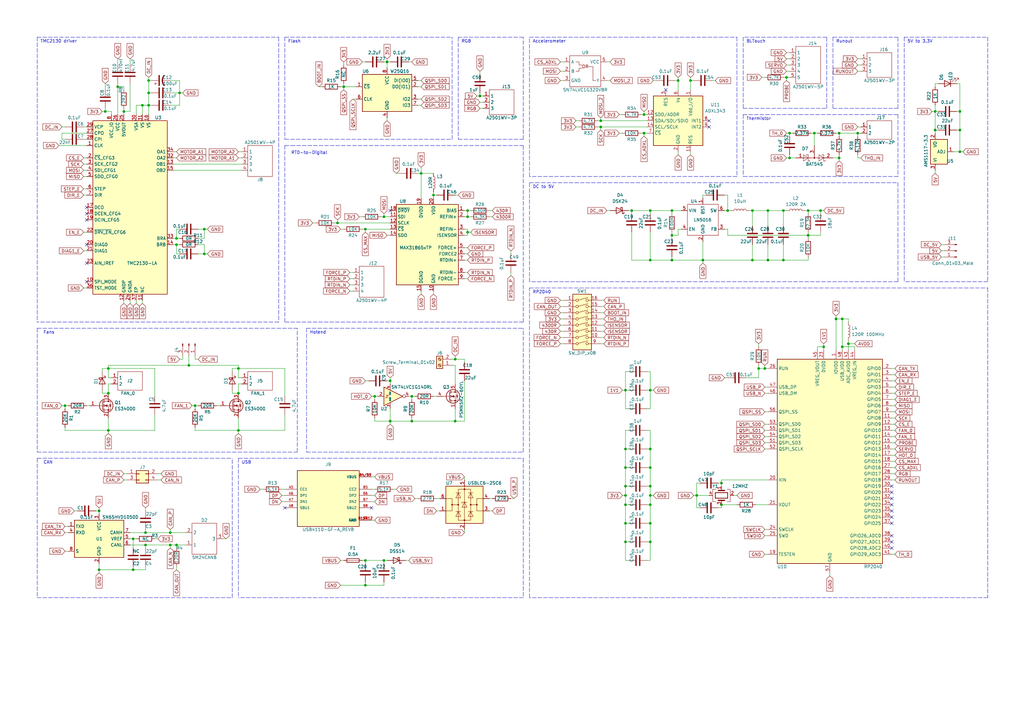
<source format=kicad_sch>
(kicad_sch (version 20211123) (generator eeschema)
  (paper "A3")
  (title_block (title "CANpaca-EB") (date "2022-09-18") (rev "1"))
  (junction (at 314.96 86.36))
  (junction (at 77.47 149.86))
  (junction (at 393.7 62.23))
  (junction (at 264.16 46.99))
  (junction (at 264.16 54.61))
  (junction (at 153.67 162.56))
  (junction (at 345.44 130.81))
  (junction (at 393.7 53.34))
  (junction (at 331.47 96.52))
  (junction (at 59.69 223.52))
  (junction (at 256.54 199.39))
  (junction (at 383.54 45.72))
  (junction (at 44.45 176.53))
  (junction (at 256.54 207.01))
  (junction (at 266.7 222.25))
  (junction (at 157.48 229.87))
  (junction (at 140.97 35.56))
  (junction (at 72.39 223.52))
  (junction (at 69.85 223.52))
  (junction (at 393.7 45.72))
  (junction (at 323.85 54.61))
  (junction (at 59.69 218.44))
  (junction (at 72.39 97.79))
  (junction (at 191.77 88.9))
  (junction (at 266.7 184.15))
  (junction (at 278.13 33.02))
  (junction (at 266.7 106.68))
  (junction (at 266.7 199.39))
  (junction (at 342.9 130.81))
  (junction (at 40.64 233.68))
  (junction (at 256.54 214.63))
  (junction (at 80.01 166.37))
  (junction (at 344.17 64.77))
  (junction (at 256.54 160.02))
  (junction (at 256.54 191.77))
  (junction (at 158.75 25.4))
  (junction (at 266.7 191.77))
  (junction (at 191.77 95.25))
  (junction (at 168.91 162.56))
  (junction (at 50.8 45.72))
  (junction (at 256.54 203.2))
  (junction (at 308.61 86.36))
  (junction (at 58.42 43.18))
  (junction (at 275.59 96.52))
  (junction (at 266.7 86.36))
  (junction (at 323.85 64.77))
  (junction (at 69.85 218.44))
  (junction (at 285.75 203.2))
  (junction (at 168.91 172.72))
  (junction (at 321.31 86.36))
  (junction (at 54.61 233.68))
  (junction (at 266.7 207.01))
  (junction (at 347.98 140.97))
  (junction (at 60.96 33.02))
  (junction (at 331.47 86.36))
  (junction (at 191.77 86.36))
  (junction (at 314.96 106.68))
  (junction (at 295.91 198.12))
  (junction (at 73.66 38.1))
  (junction (at 72.39 100.33))
  (junction (at 344.17 54.61))
  (junction (at 256.54 184.15))
  (junction (at 283.21 33.02))
  (junction (at 157.48 88.9))
  (junction (at 160.02 156.21))
  (junction (at 298.45 86.36))
  (junction (at 54.61 220.98))
  (junction (at 337.82 142.24))
  (junction (at 266.7 214.63))
  (junction (at 43.18 45.72))
  (junction (at 336.55 86.36))
  (junction (at 186.69 147.32))
  (junction (at 40.64 209.55))
  (junction (at 83.82 93.98))
  (junction (at 266.7 160.02))
  (junction (at 308.61 106.68))
  (junction (at 256.54 222.25))
  (junction (at 97.79 151.13))
  (junction (at 345.44 142.24))
  (junction (at 186.69 172.72))
  (junction (at 275.59 106.68))
  (junction (at 44.45 161.29))
  (junction (at 246.38 49.53))
  (junction (at 97.79 176.53))
  (junction (at 177.8 80.01))
  (junction (at 44.45 151.13))
  (junction (at 313.69 151.13))
  (junction (at 172.72 71.12))
  (junction (at 138.43 91.44))
  (junction (at 322.58 31.75))
  (junction (at 266.7 203.2))
  (junction (at 334.01 54.61))
  (junction (at 351.79 54.61))
  (junction (at 383.54 53.34))
  (junction (at 149.86 240.03))
  (junction (at 83.82 104.14))
  (junction (at 60.96 38.1))
  (junction (at 321.31 106.68))
  (junction (at 246.38 52.07))
  (junction (at 295.91 207.01))
  (junction (at 275.59 86.36))
  (junction (at 160.02 172.72))
  (junction (at 259.08 86.36))
  (junction (at 311.15 151.13))
  (junction (at 288.29 106.68))
  (junction (at 149.86 93.98))
  (junction (at 48.26 35.56))
  (junction (at 149.86 229.87))
  (junction (at 97.79 161.29))
  (junction (at 60.96 43.18))
  (junction (at 26.67 166.37))
  (junction (at 196.85 39.37))
  (no_connect (at 35.56 100.33))
  (no_connect (at 273.05 36.83))
  (no_connect (at 290.83 52.07))
  (no_connect (at 290.83 49.53))
  (no_connect (at 160.02 86.36))
  (no_connect (at 365.76 199.39))
  (no_connect (at 365.76 224.79))
  (no_connect (at 365.76 219.71))
  (no_connect (at 365.76 214.63))
  (no_connect (at 365.76 222.25))
  (no_connect (at 365.76 204.47))
  (no_connect (at 365.76 207.01))
  (no_connect (at 365.76 212.09))
  (no_connect (at 365.76 209.55))
  (no_connect (at 365.76 201.93))
  (no_connect (at 35.56 115.57))
  (no_connect (at 35.56 90.17))
  (no_connect (at 35.56 107.95))
  (no_connect (at 116.84 208.28))
  (no_connect (at 152.4 208.28))
  (no_connect (at 35.56 87.63))
  (no_connect (at 35.56 85.09))
  (wire (pts (xy 190.5 114.3) (xy 191.77 114.3)))
  (wire (pts (xy 43.18 44.45) (xy 43.18 45.72)))
  (wire (pts (xy 171.45 43.18) (xy 172.72 43.18)))
  (wire (pts (xy 365.76 194.31) (xy 367.03 194.31)))
  (wire (pts (xy 25.4 54.61) (xy 25.4 57.15)))
  (wire (pts (xy 160.02 167.64) (xy 160.02 172.72)))
  (wire (pts (xy 337.82 140.97) (xy 337.82 142.24)))
  (wire (pts (xy 266.7 214.63) (xy 266.7 207.01)))
  (wire (pts (xy 313.69 181.61) (xy 314.96 181.61)))
  (wire (pts (xy 53.34 220.98) (xy 54.61 220.98)))
  (wire (pts (xy 264.16 46.99) (xy 265.43 46.99)))
  (wire (pts (xy 72.39 223.52) (xy 72.39 224.79)))
  (wire (pts (xy 365.76 171.45) (xy 367.03 171.45)))
  (wire (pts (xy 161.29 200.66) (xy 162.56 200.66)))
  (wire (pts (xy 177.8 162.56) (xy 179.07 162.56)))
  (wire (pts (xy 83.82 93.98) (xy 85.09 93.98)))
  (wire (pts (xy 298.45 86.36) (xy 299.72 86.36)))
  (polyline (pts (xy 339.09 15.24) (xy 304.8 15.24)))
  (polyline (pts (xy 304.8 15.24) (xy 304.8 44.45)))
  (wire (pts (xy 43.18 45.72) (xy 45.72 45.72)))
  (wire (pts (xy 50.8 44.45) (xy 50.8 45.72)))
  (wire (pts (xy 365.76 179.07) (xy 367.03 179.07)))
  (wire (pts (xy 246.38 140.97) (xy 247.65 140.97)))
  (wire (pts (xy 186.69 146.05) (xy 186.69 147.32)))
  (wire (pts (xy 295.91 198.12) (xy 295.91 199.39)))
  (wire (pts (xy 322.58 31.75) (xy 322.58 33.02)))
  (wire (pts (xy 383.54 45.72) (xy 383.54 53.34)))
  (wire (pts (xy 186.69 149.86) (xy 186.69 157.48)))
  (wire (pts (xy 95.25 161.29) (xy 97.79 161.29)))
  (wire (pts (xy 167.64 162.56) (xy 168.91 162.56)))
  (wire (pts (xy 365.76 156.21) (xy 367.03 156.21)))
  (wire (pts (xy 97.79 171.45) (xy 97.79 176.53)))
  (wire (pts (xy 256.54 229.87) (xy 256.54 222.25)))
  (wire (pts (xy 60.96 33.02) (xy 62.23 33.02)))
  (wire (pts (xy 147.32 88.9) (xy 148.59 88.9)))
  (wire (pts (xy 95.25 160.02) (xy 95.25 161.29)))
  (wire (pts (xy 177.8 80.01) (xy 177.8 81.28)))
  (wire (pts (xy 255.27 160.02) (xy 256.54 160.02)))
  (wire (pts (xy 278.13 62.23) (xy 278.13 63.5)))
  (wire (pts (xy 323.85 64.77) (xy 323.85 63.5)))
  (wire (pts (xy 153.67 171.45) (xy 153.67 172.72)))
  (wire (pts (xy 149.86 93.98) (xy 160.02 93.98)))
  (wire (pts (xy 71.12 100.33) (xy 72.39 100.33)))
  (wire (pts (xy 44.45 171.45) (xy 44.45 176.53)))
  (polyline (pts (xy 405.13 245.11) (xy 217.17 245.11)))
  (wire (pts (xy 44.45 149.86) (xy 77.47 149.86)))
  (wire (pts (xy 40.64 208.28) (xy 40.64 209.55)))
  (wire (pts (xy 137.16 91.44) (xy 138.43 91.44)))
  (wire (pts (xy 345.44 142.24) (xy 345.44 143.51)))
  (wire (pts (xy 81.28 104.14) (xy 83.82 104.14)))
  (wire (pts (xy 71.12 64.77) (xy 72.39 64.77)))
  (wire (pts (xy 58.42 43.18) (xy 60.96 43.18)))
  (wire (pts (xy 191.77 88.9) (xy 193.04 88.9)))
  (wire (pts (xy 256.54 184.15) (xy 256.54 191.77)))
  (wire (pts (xy 60.96 33.02) (xy 60.96 38.1)))
  (wire (pts (xy 50.8 123.19) (xy 50.8 124.46)))
  (wire (pts (xy 41.91 152.4) (xy 41.91 151.13)))
  (wire (pts (xy 265.43 167.64) (xy 266.7 167.64)))
  (wire (pts (xy 265.43 184.15) (xy 266.7 184.15)))
  (wire (pts (xy 337.82 142.24) (xy 337.82 143.51)))
  (wire (pts (xy 171.45 33.02) (xy 172.72 33.02)))
  (wire (pts (xy 190.5 172.72) (xy 186.69 172.72)))
  (wire (pts (xy 383.54 35.56) (xy 383.54 34.29)))
  (wire (pts (xy 365.76 153.67) (xy 367.03 153.67)))
  (polyline (pts (xy 370.84 15.24) (xy 370.84 115.57)))
  (wire (pts (xy 48.26 34.29) (xy 48.26 35.56)))
  (polyline (pts (xy 217.17 245.11) (xy 217.17 118.11)))
  (wire (pts (xy 334.01 54.61) (xy 335.28 54.61)))
  (wire (pts (xy 256.54 214.63) (xy 256.54 207.01)))
  (wire (pts (xy 321.31 86.36) (xy 321.31 92.71)))
  (wire (pts (xy 191.77 86.36) (xy 191.77 88.9)))
  (wire (pts (xy 44.45 161.29) (xy 44.45 157.48)))
  (wire (pts (xy 278.13 96.52) (xy 275.59 96.52)))
  (wire (pts (xy 196.85 44.45) (xy 198.12 44.45)))
  (wire (pts (xy 392.43 34.29) (xy 393.7 34.29)))
  (wire (pts (xy 54.61 232.41) (xy 54.61 233.68)))
  (wire (pts (xy 143.51 114.3) (xy 144.78 114.3)))
  (wire (pts (xy 106.68 200.66) (xy 107.95 200.66)))
  (wire (pts (xy 53.34 24.13) (xy 53.34 26.67)))
  (wire (pts (xy 246.38 49.53) (xy 245.11 49.53)))
  (wire (pts (xy 321.31 100.33) (xy 321.31 106.68)))
  (wire (pts (xy 331.47 96.52) (xy 331.47 97.79)))
  (wire (pts (xy 97.79 157.48) (xy 99.06 157.48)))
  (wire (pts (xy 200.66 88.9) (xy 201.93 88.9)))
  (wire (pts (xy 351.79 54.61) (xy 351.79 55.88)))
  (wire (pts (xy 236.22 52.07) (xy 237.49 52.07)))
  (wire (pts (xy 53.34 34.29) (xy 53.34 45.72)))
  (wire (pts (xy 365.76 189.23) (xy 367.03 189.23)))
  (wire (pts (xy 266.7 176.53) (xy 266.7 184.15)))
  (wire (pts (xy 152.4 162.56) (xy 153.67 162.56)))
  (wire (pts (xy 116.84 170.18) (xy 116.84 176.53)))
  (wire (pts (xy 246.38 130.81) (xy 247.65 130.81)))
  (polyline (pts (xy 368.3 44.45) (xy 368.3 15.24)))
  (wire (pts (xy 63.5 176.53) (xy 44.45 176.53)))
  (wire (pts (xy 177.8 78.74) (xy 177.8 80.01)))
  (wire (pts (xy 383.54 43.18) (xy 383.54 45.72)))
  (wire (pts (xy 190.5 195.58) (xy 190.5 196.85)))
  (wire (pts (xy 344.17 63.5) (xy 344.17 64.77)))
  (wire (pts (xy 50.8 46.99) (xy 50.8 45.72)))
  (wire (pts (xy 196.85 41.91) (xy 198.12 41.91)))
  (wire (pts (xy 246.38 135.89) (xy 247.65 135.89)))
  (wire (pts (xy 190.5 217.17) (xy 190.5 218.44)))
  (wire (pts (xy 323.85 54.61) (xy 325.12 54.61)))
  (wire (pts (xy 266.7 160.02) (xy 267.97 160.02)))
  (wire (pts (xy 140.97 35.56) (xy 146.05 35.56)))
  (wire (pts (xy 153.67 162.56) (xy 153.67 163.83)))
  (wire (pts (xy 158.75 96.52) (xy 160.02 96.52)))
  (polyline (pts (xy 405.13 115.57) (xy 370.84 115.57)))
  (wire (pts (xy 350.52 143.51) (xy 350.52 142.24)))
  (wire (pts (xy 99.06 154.94) (xy 97.79 154.94)))
  (wire (pts (xy 80.01 175.26) (xy 80.01 176.53)))
  (wire (pts (xy 298.45 96.52) (xy 331.47 96.52)))
  (polyline (pts (xy 341.63 15.24) (xy 341.63 44.45)))
  (wire (pts (xy 267.97 33.02) (xy 269.24 33.02)))
  (wire (pts (xy 342.9 54.61) (xy 344.17 54.61)))
  (wire (pts (xy 43.18 34.29) (xy 43.18 36.83)))
  (wire (pts (xy 200.66 204.47) (xy 201.93 204.47)))
  (wire (pts (xy 298.45 93.98) (xy 298.45 96.52)))
  (wire (pts (xy 179.07 209.55) (xy 180.34 209.55)))
  (wire (pts (xy 81.28 100.33) (xy 83.82 100.33)))
  (wire (pts (xy 172.72 68.58) (xy 172.72 71.12)))
  (wire (pts (xy 266.7 191.77) (xy 266.7 199.39)))
  (wire (pts (xy 190.5 101.6) (xy 191.77 101.6)))
  (wire (pts (xy 45.72 154.94) (xy 44.45 154.94)))
  (wire (pts (xy 313.69 158.75) (xy 314.96 158.75)))
  (wire (pts (xy 340.36 234.95) (xy 340.36 236.22)))
  (wire (pts (xy 69.85 223.52) (xy 69.85 224.79)))
  (polyline (pts (xy 114.3 132.08) (xy 15.24 132.08)))
  (wire (pts (xy 279.4 93.98) (xy 278.13 93.98)))
  (wire (pts (xy 83.82 97.79) (xy 83.82 93.98)))
  (wire (pts (xy 186.69 167.64) (xy 186.69 172.72)))
  (wire (pts (xy 162.56 71.12) (xy 163.83 71.12)))
  (polyline (pts (xy 304.8 46.99) (xy 368.3 46.99)))
  (wire (pts (xy 191.77 95.25) (xy 193.04 95.25)))
  (wire (pts (xy 73.66 33.02) (xy 73.66 38.1)))
  (wire (pts (xy 347.98 140.97) (xy 350.52 140.97)))
  (wire (pts (xy 41.91 161.29) (xy 44.45 161.29)))
  (wire (pts (xy 63.5 170.18) (xy 63.5 176.53)))
  (wire (pts (xy 336.55 86.36) (xy 337.82 86.36)))
  (wire (pts (xy 266.7 207.01) (xy 266.7 203.2)))
  (wire (pts (xy 297.18 93.98) (xy 298.45 93.98)))
  (wire (pts (xy 314.96 196.85) (xy 295.91 196.85)))
  (wire (pts (xy 152.4 205.74) (xy 153.67 205.74)))
  (wire (pts (xy 285.75 208.28) (xy 285.75 203.2)))
  (wire (pts (xy 365.76 166.37) (xy 367.03 166.37)))
  (wire (pts (xy 314.96 86.36) (xy 314.96 92.71)))
  (wire (pts (xy 294.64 208.28) (xy 295.91 208.28)))
  (wire (pts (xy 313.69 227.33) (xy 314.96 227.33)))
  (wire (pts (xy 246.38 52.07) (xy 246.38 53.34)))
  (wire (pts (xy 50.8 194.31) (xy 52.07 194.31)))
  (wire (pts (xy 196.85 38.1) (xy 196.85 39.37)))
  (wire (pts (xy 50.8 36.83) (xy 50.8 35.56)))
  (wire (pts (xy 331.47 105.41) (xy 331.47 106.68)))
  (polyline (pts (xy 121.92 185.42) (xy 121.92 134.62)))
  (wire (pts (xy 190.5 86.36) (xy 191.77 86.36)))
  (polyline (pts (xy 125.73 134.62) (xy 125.73 185.42)))
  (wire (pts (xy 190.5 93.98) (xy 191.77 93.98)))
  (wire (pts (xy 298.45 80.01) (xy 298.45 86.36)))
  (wire (pts (xy 288.29 81.28) (xy 288.29 80.01)))
  (wire (pts (xy 116.84 176.53) (xy 97.79 176.53)))
  (wire (pts (xy 73.66 104.14) (xy 72.39 104.14)))
  (polyline (pts (xy 302.26 15.24) (xy 302.26 72.39)))
  (wire (pts (xy 313.69 184.15) (xy 314.96 184.15)))
  (wire (pts (xy 74.93 146.05) (xy 74.93 147.32)))
  (wire (pts (xy 275.59 95.25) (xy 275.59 96.52)))
  (wire (pts (xy 342.9 130.81) (xy 342.9 129.54)))
  (wire (pts (xy 35.56 54.61) (xy 25.4 54.61)))
  (wire (pts (xy 168.91 171.45) (xy 168.91 172.72)))
  (wire (pts (xy 69.85 43.18) (xy 73.66 43.18)))
  (polyline (pts (xy 15.24 15.24) (xy 15.24 132.08)))
  (wire (pts (xy 143.51 116.84) (xy 144.78 116.84)))
  (wire (pts (xy 116.84 162.56) (xy 116.84 151.13)))
  (wire (pts (xy 34.29 67.31) (xy 35.56 67.31)))
  (polyline (pts (xy 217.17 118.11) (xy 405.13 118.11)))
  (wire (pts (xy 322.58 24.13) (xy 323.85 24.13)))
  (wire (pts (xy 157.48 88.9) (xy 160.02 88.9)))
  (wire (pts (xy 266.7 160.02) (xy 266.7 152.4)))
  (wire (pts (xy 74.93 147.32) (xy 73.66 147.32)))
  (wire (pts (xy 45.72 45.72) (xy 45.72 46.99)))
  (wire (pts (xy 81.28 93.98) (xy 83.82 93.98)))
  (wire (pts (xy 365.76 196.85) (xy 367.03 196.85)))
  (polyline (pts (xy 116.84 60.96) (xy 116.84 59.69)))
  (wire (pts (xy 335.28 143.51) (xy 335.28 142.24)))
  (wire (pts (xy 311.15 154.94) (xy 311.15 151.13)))
  (wire (pts (xy 69.85 218.44) (xy 76.2 218.44)))
  (polyline (pts (xy 116.84 59.69) (xy 119.38 59.69)))
  (wire (pts (xy 383.54 53.34) (xy 383.54 54.61)))
  (wire (pts (xy 322.58 29.21) (xy 323.85 29.21)))
  (wire (pts (xy 130.81 35.56) (xy 132.08 35.56)))
  (wire (pts (xy 158.75 24.13) (xy 158.75 25.4)))
  (wire (pts (xy 44.45 154.94) (xy 44.45 151.13)))
  (wire (pts (xy 157.48 240.03) (xy 149.86 240.03)))
  (wire (pts (xy 351.79 64.77) (xy 353.06 64.77)))
  (wire (pts (xy 41.91 151.13) (xy 44.45 151.13)))
  (wire (pts (xy 229.87 135.89) (xy 231.14 135.89)))
  (wire (pts (xy 266.7 167.64) (xy 266.7 160.02)))
  (wire (pts (xy 59.69 218.44) (xy 69.85 218.44)))
  (wire (pts (xy 229.87 133.35) (xy 231.14 133.35)))
  (wire (pts (xy 254 54.61) (xy 255.27 54.61)))
  (wire (pts (xy 152.4 203.2) (xy 153.67 203.2)))
  (wire (pts (xy 148.59 93.98) (xy 149.86 93.98)))
  (wire (pts (xy 140.97 34.29) (xy 140.97 35.56)))
  (wire (pts (xy 393.7 62.23) (xy 394.97 62.23)))
  (wire (pts (xy 53.34 123.19) (xy 53.34 124.46)))
  (polyline (pts (xy 304.8 46.99) (xy 304.8 72.39)))
  (wire (pts (xy 266.7 199.39) (xy 266.7 203.2)))
  (wire (pts (xy 307.34 86.36) (xy 308.61 86.36)))
  (wire (pts (xy 308.61 86.36) (xy 308.61 92.71)))
  (wire (pts (xy 41.91 45.72) (xy 43.18 45.72)))
  (wire (pts (xy 229.87 123.19) (xy 231.14 123.19)))
  (wire (pts (xy 351.79 52.07) (xy 353.06 52.07)))
  (polyline (pts (xy 15.24 134.62) (xy 15.24 185.42)))
  (wire (pts (xy 365.76 173.99) (xy 367.03 173.99)))
  (wire (pts (xy 97.79 154.94) (xy 97.79 151.13)))
  (wire (pts (xy 58.42 123.19) (xy 58.42 124.46)))
  (wire (pts (xy 351.79 24.13) (xy 353.06 24.13)))
  (wire (pts (xy 69.85 33.02) (xy 73.66 33.02)))
  (wire (pts (xy 140.97 25.4) (xy 140.97 26.67)))
  (wire (pts (xy 153.67 162.56) (xy 154.94 162.56)))
  (wire (pts (xy 152.4 213.36) (xy 153.67 213.36)))
  (wire (pts (xy 149.86 229.87) (xy 149.86 231.14)))
  (wire (pts (xy 34.29 77.47) (xy 35.56 77.47)))
  (polyline (pts (xy 368.3 46.99) (xy 368.3 72.39)))
  (wire (pts (xy 25.4 52.07) (xy 26.67 52.07)))
  (wire (pts (xy 50.8 45.72) (xy 53.34 45.72)))
  (wire (pts (xy 116.84 151.13) (xy 97.79 151.13)))
  (polyline (pts (xy 214.63 57.15) (xy 214.63 15.24)))
  (wire (pts (xy 345.44 130.81) (xy 345.44 142.24)))
  (wire (pts (xy 313.69 217.17) (xy 314.96 217.17)))
  (wire (pts (xy 63.5 220.98) (xy 64.77 220.98)))
  (wire (pts (xy 300.99 203.2) (xy 302.26 203.2)))
  (polyline (pts (xy 15.24 187.96) (xy 95.25 187.96)))
  (wire (pts (xy 365.76 151.13) (xy 367.03 151.13)))
  (wire (pts (xy 149.86 238.76) (xy 149.86 240.03)))
  (wire (pts (xy 158.75 48.26) (xy 158.75 49.53)))
  (wire (pts (xy 256.54 167.64) (xy 256.54 160.02)))
  (wire (pts (xy 26.67 175.26) (xy 26.67 176.53)))
  (wire (pts (xy 256.54 203.2) (xy 255.27 203.2)))
  (wire (pts (xy 350.52 142.24) (xy 345.44 142.24)))
  (polyline (pts (xy 217.17 15.24) (xy 302.26 15.24)))
  (wire (pts (xy 322.58 26.67) (xy 323.85 26.67)))
  (wire (pts (xy 39.37 209.55) (xy 40.64 209.55)))
  (wire (pts (xy 138.43 91.44) (xy 160.02 91.44)))
  (wire (pts (xy 190.5 147.32) (xy 186.69 147.32)))
  (wire (pts (xy 72.39 93.98) (xy 72.39 97.79)))
  (polyline (pts (xy 95.25 245.11) (xy 95.25 187.96)))
  (wire (pts (xy 264.16 54.61) (xy 264.16 55.88)))
  (wire (pts (xy 71.12 69.85) (xy 99.06 69.85)))
  (wire (pts (xy 80.01 146.05) (xy 80.01 147.32)))
  (wire (pts (xy 209.55 204.47) (xy 210.82 204.47)))
  (wire (pts (xy 171.45 35.56) (xy 172.72 35.56)))
  (wire (pts (xy 41.91 160.02) (xy 41.91 161.29)))
  (wire (pts (xy 393.7 34.29) (xy 393.7 45.72)))
  (wire (pts (xy 60.96 38.1) (xy 62.23 38.1)))
  (wire (pts (xy 157.48 229.87) (xy 158.75 229.87)))
  (wire (pts (xy 336.55 95.25) (xy 336.55 96.52)))
  (wire (pts (xy 229.87 29.21) (xy 231.14 29.21)))
  (wire (pts (xy 171.45 40.64) (xy 172.72 40.64)))
  (wire (pts (xy 229.87 140.97) (xy 231.14 140.97)))
  (polyline (pts (xy 97.79 187.96) (xy 214.63 187.96)))
  (wire (pts (xy 257.81 207.01) (xy 256.54 207.01)))
  (wire (pts (xy 40.64 231.14) (xy 40.64 233.68)))
  (wire (pts (xy 266.7 222.25) (xy 266.7 214.63)))
  (wire (pts (xy 275.59 105.41) (xy 275.59 106.68)))
  (wire (pts (xy 196.85 29.21) (xy 196.85 30.48)))
  (wire (pts (xy 262.89 54.61) (xy 264.16 54.61)))
  (wire (pts (xy 26.67 226.06) (xy 27.94 226.06)))
  (wire (pts (xy 80.01 166.37) (xy 80.01 167.64)))
  (wire (pts (xy 365.76 163.83) (xy 367.03 163.83)))
  (wire (pts (xy 190.5 156.21) (xy 190.5 172.72)))
  (wire (pts (xy 55.88 43.18) (xy 58.42 43.18)))
  (wire (pts (xy 278.13 93.98) (xy 278.13 96.52)))
  (wire (pts (xy 34.29 102.87) (xy 35.56 102.87)))
  (wire (pts (xy 341.63 64.77) (xy 344.17 64.77)))
  (wire (pts (xy 254 46.99) (xy 255.27 46.99)))
  (wire (pts (xy 284.48 203.2) (xy 285.75 203.2)))
  (wire (pts (xy 256.54 176.53) (xy 256.54 184.15)))
  (wire (pts (xy 186.69 147.32) (xy 185.42 147.32)))
  (wire (pts (xy 77.47 149.86) (xy 97.79 149.86)))
  (wire (pts (xy 321.31 106.68) (xy 314.96 106.68)))
  (wire (pts (xy 288.29 106.68) (xy 275.59 106.68)))
  (wire (pts (xy 139.7 229.87) (xy 140.97 229.87)))
  (wire (pts (xy 383.54 69.85) (xy 383.54 71.12)))
  (wire (pts (xy 256.54 222.25) (xy 256.54 214.63)))
  (wire (pts (xy 26.67 166.37) (xy 26.67 167.64)))
  (wire (pts (xy 309.88 207.01) (xy 314.96 207.01)))
  (wire (pts (xy 69.85 223.52) (xy 72.39 223.52)))
  (polyline (pts (xy 114.3 15.24) (xy 114.3 132.08)))
  (wire (pts (xy 392.43 45.72) (xy 393.7 45.72)))
  (wire (pts (xy 72.39 223.52) (xy 76.2 223.52)))
  (wire (pts (xy 172.72 71.12) (xy 172.72 81.28)))
  (wire (pts (xy 259.08 86.36) (xy 266.7 86.36)))
  (wire (pts (xy 55.88 123.19) (xy 55.88 124.46)))
  (wire (pts (xy 97.79 149.86) (xy 97.79 151.13)))
  (wire (pts (xy 313.69 219.71) (xy 314.96 219.71)))
  (wire (pts (xy 97.79 64.77) (xy 99.06 64.77)))
  (polyline (pts (xy 341.63 15.24) (xy 368.3 15.24)))
  (wire (pts (xy 248.92 86.36) (xy 250.19 86.36)))
  (wire (pts (xy 365.76 186.69) (xy 367.03 186.69)))
  (wire (pts (xy 48.26 35.56) (xy 48.26 46.99)))
  (polyline (pts (xy 116.84 132.08) (xy 116.84 60.96)))
  (wire (pts (xy 158.75 25.4) (xy 158.75 27.94)))
  (wire (pts (xy 365.76 227.33) (xy 367.03 227.33)))
  (wire (pts (xy 295.91 196.85) (xy 295.91 198.12)))
  (wire (pts (xy 382.27 45.72) (xy 383.54 45.72)))
  (wire (pts (xy 59.69 232.41) (xy 59.69 233.68)))
  (wire (pts (xy 80.01 166.37) (xy 81.28 166.37)))
  (wire (pts (xy 321.31 31.75) (xy 322.58 31.75)))
  (wire (pts (xy 229.87 130.81) (xy 231.14 130.81)))
  (wire (pts (xy 40.64 209.55) (xy 40.64 210.82)))
  (wire (pts (xy 195.58 39.37) (xy 196.85 39.37)))
  (polyline (pts (xy 116.84 15.24) (xy 116.84 57.15)))
  (wire (pts (xy 24.13 59.69) (xy 35.56 59.69)))
  (wire (pts (xy 295.91 208.28) (xy 295.91 207.01)))
  (wire (pts (xy 58.42 46.99) (xy 58.42 43.18)))
  (wire (pts (xy 256.54 199.39) (xy 256.54 203.2)))
  (wire (pts (xy 257.81 167.64) (xy 256.54 167.64)))
  (wire (pts (xy 60.96 43.18) (xy 62.23 43.18)))
  (polyline (pts (xy 214.63 59.69) (xy 214.63 132.08)))
  (wire (pts (xy 259.08 86.36) (xy 259.08 87.63)))
  (wire (pts (xy 97.79 62.23) (xy 99.06 62.23)))
  (wire (pts (xy 266.7 203.2) (xy 267.97 203.2)))
  (wire (pts (xy 35.56 166.37) (xy 36.83 166.37)))
  (wire (pts (xy 143.51 111.76) (xy 144.78 111.76)))
  (wire (pts (xy 264.16 45.72) (xy 264.16 46.99)))
  (wire (pts (xy 59.69 223.52) (xy 69.85 223.52)))
  (wire (pts (xy 345.44 130.81) (xy 342.9 130.81)))
  (wire (pts (xy 44.45 176.53) (xy 44.45 177.8)))
  (polyline (pts (xy 217.17 115.57) (xy 217.17 74.93)))
  (wire (pts (xy 48.26 24.13) (xy 48.26 26.67)))
  (wire (pts (xy 71.12 97.79) (xy 72.39 97.79)))
  (wire (pts (xy 91.44 220.98) (xy 92.71 220.98)))
  (wire (pts (xy 246.38 52.07) (xy 265.43 52.07)))
  (wire (pts (xy 95.25 151.13) (xy 97.79 151.13)))
  (wire (pts (xy 140.97 35.56) (xy 140.97 36.83)))
  (wire (pts (xy 44.45 157.48) (xy 45.72 157.48)))
  (wire (pts (xy 313.69 168.91) (xy 314.96 168.91)))
  (wire (pts (xy 256.54 207.01) (xy 256.54 203.2)))
  (wire (pts (xy 384.81 53.34) (xy 383.54 53.34)))
  (wire (pts (xy 295.91 207.01) (xy 302.26 207.01)))
  (wire (pts (xy 386.08 102.87) (xy 387.35 102.87)))
  (wire (pts (xy 283.21 33.02) (xy 283.21 36.83)))
  (wire (pts (xy 393.7 53.34) (xy 393.7 62.23)))
  (wire (pts (xy 78.74 166.37) (xy 80.01 166.37)))
  (wire (pts (xy 266.7 95.25) (xy 266.7 106.68)))
  (polyline (pts (xy 368.3 72.39) (xy 304.8 72.39)))
  (wire (pts (xy 275.59 86.36) (xy 275.59 87.63)))
  (wire (pts (xy 160.02 156.21) (xy 160.02 157.48)))
  (wire (pts (xy 34.29 52.07) (xy 35.56 52.07)))
  (wire (pts (xy 314.96 86.36) (xy 321.31 86.36)))
  (wire (pts (xy 115.57 205.74) (xy 116.84 205.74)))
  (wire (pts (xy 256.54 160.02) (xy 257.81 160.02)))
  (wire (pts (xy 60.96 38.1) (xy 60.96 43.18)))
  (wire (pts (xy 322.58 31.75) (xy 323.85 31.75)))
  (wire (pts (xy 152.4 200.66) (xy 153.67 200.66)))
  (wire (pts (xy 391.16 62.23) (xy 393.7 62.23)))
  (wire (pts (xy 157.48 25.4) (xy 158.75 25.4)))
  (wire (pts (xy 200.66 209.55) (xy 201.93 209.55)))
  (wire (pts (xy 168.91 162.56) (xy 170.18 162.56)))
  (wire (pts (xy 34.29 80.01) (xy 35.56 80.01)))
  (wire (pts (xy 321.31 86.36) (xy 322.58 86.36)))
  (wire (pts (xy 53.34 223.52) (xy 59.69 223.52)))
  (wire (pts (xy 386.08 100.33) (xy 387.35 100.33)))
  (wire (pts (xy 60.96 43.18) (xy 60.96 46.99)))
  (wire (pts (xy 25.4 57.15) (xy 26.67 57.15)))
  (wire (pts (xy 287.02 208.28) (xy 285.75 208.28)))
  (wire (pts (xy 144.78 40.64) (xy 146.05 40.64)))
  (wire (pts (xy 347.98 139.7) (xy 347.98 140.97)))
  (wire (pts (xy 313.69 179.07) (xy 314.96 179.07)))
  (wire (pts (xy 30.48 209.55) (xy 31.75 209.55)))
  (wire (pts (xy 172.72 119.38) (xy 172.72 120.65)))
  (polyline (pts (xy 302.26 72.39) (xy 217.17 72.39)))
  (wire (pts (xy 190.5 106.68) (xy 191.77 106.68)))
  (wire (pts (xy 209.55 111.76) (xy 209.55 113.03)))
  (wire (pts (xy 365.76 176.53) (xy 367.03 176.53)))
  (wire (pts (xy 229.87 138.43) (xy 231.14 138.43)))
  (polyline (pts (xy 339.09 44.45) (xy 339.09 15.24)))
  (wire (pts (xy 306.07 154.94) (xy 311.15 154.94)))
  (wire (pts (xy 365.76 158.75) (xy 367.03 158.75)))
  (wire (pts (xy 313.69 151.13) (xy 314.96 151.13)))
  (wire (pts (xy 323.85 54.61) (xy 323.85 55.88)))
  (wire (pts (xy 157.48 231.14) (xy 157.48 229.87)))
  (wire (pts (xy 265.43 176.53) (xy 266.7 176.53)))
  (polyline (pts (xy 116.84 15.24) (xy 185.42 15.24)))
  (wire (pts (xy 139.7 35.56) (xy 140.97 35.56)))
  (wire (pts (xy 392.43 53.34) (xy 393.7 53.34)))
  (wire (pts (xy 73.66 43.18) (xy 73.66 38.1)))
  (polyline (pts (xy 119.38 59.69) (xy 214.63 59.69)))
  (wire (pts (xy 311.15 140.97) (xy 311.15 142.24)))
  (wire (pts (xy 34.29 95.25) (xy 35.56 95.25)))
  (polyline (pts (xy 368.3 74.93) (xy 368.3 115.57)))
  (wire (pts (xy 331.47 106.68) (xy 321.31 106.68)))
  (wire (pts (xy 157.48 87.63) (xy 157.48 88.9)))
  (wire (pts (xy 265.43 229.87) (xy 266.7 229.87)))
  (polyline (pts (xy 214.63 132.08) (xy 116.84 132.08)))
  (wire (pts (xy 265.43 222.25) (xy 266.7 222.25)))
  (wire (pts (xy 246.38 48.26) (xy 246.38 49.53)))
  (wire (pts (xy 157.48 238.76) (xy 157.48 240.03)))
  (wire (pts (xy 172.72 71.12) (xy 177.8 71.12)))
  (wire (pts (xy 64.77 194.31) (xy 66.04 194.31)))
  (wire (pts (xy 160.02 154.94) (xy 160.02 156.21)))
  (wire (pts (xy 63.5 151.13) (xy 44.45 151.13)))
  (wire (pts (xy 153.67 172.72) (xy 160.02 172.72)))
  (polyline (pts (xy 185.42 57.15) (xy 185.42 15.24)))
  (polyline (pts (xy 217.17 72.39) (xy 217.17 15.24)))
  (polyline (pts (xy 217.17 74.93) (xy 219.71 74.93)))
  (wire (pts (xy 191.77 95.25) (xy 191.77 96.52)))
  (polyline (pts (xy 125.73 185.42) (xy 214.63 185.42)))
  (wire (pts (xy 59.69 217.17) (xy 59.69 218.44)))
  (wire (pts (xy 40.64 233.68) (xy 40.64 234.95)))
  (wire (pts (xy 143.51 119.38) (xy 144.78 119.38)))
  (wire (pts (xy 330.2 86.36) (xy 331.47 86.36)))
  (wire (pts (xy 313.69 173.99) (xy 314.96 173.99)))
  (wire (pts (xy 69.85 38.1) (xy 73.66 38.1)))
  (wire (pts (xy 351.79 26.67) (xy 353.06 26.67)))
  (wire (pts (xy 311.15 151.13) (xy 313.69 151.13)))
  (wire (pts (xy 257.81 191.77) (xy 256.54 191.77)))
  (wire (pts (xy 59.69 223.52) (xy 59.69 224.79)))
  (polyline (pts (xy 307.34 44.45) (xy 339.09 44.45)))
  (wire (pts (xy 248.92 33.02) (xy 250.19 33.02)))
  (wire (pts (xy 344.17 64.77) (xy 344.17 66.04)))
  (wire (pts (xy 186.69 172.72) (xy 168.91 172.72)))
  (wire (pts (xy 313.69 149.86) (xy 313.69 151.13)))
  (polyline (pts (xy 405.13 118.11) (xy 405.13 245.11)))
  (polyline (pts (xy 187.96 15.24) (xy 187.96 57.15)))
  (wire (pts (xy 196.85 39.37) (xy 198.12 39.37)))
  (wire (pts (xy 209.55 102.87) (xy 209.55 104.14)))
  (wire (pts (xy 152.4 195.58) (xy 153.67 195.58)))
  (wire (pts (xy 266.7 229.87) (xy 266.7 222.25)))
  (wire (pts (xy 177.8 80.01) (xy 179.07 80.01)))
  (wire (pts (xy 265.43 214.63) (xy 266.7 214.63)))
  (polyline (pts (xy 370.84 15.24) (xy 405.13 15.24)))
  (wire (pts (xy 246.38 128.27) (xy 247.65 128.27)))
  (wire (pts (xy 138.43 90.17) (xy 138.43 91.44)))
  (wire (pts (xy 171.45 71.12) (xy 172.72 71.12)))
  (wire (pts (xy 179.07 204.47) (xy 180.34 204.47)))
  (wire (pts (xy 365.76 161.29) (xy 367.03 161.29)))
  (wire (pts (xy 259.08 95.25) (xy 259.08 106.68)))
  (wire (pts (xy 248.92 25.4) (xy 250.19 25.4)))
  (wire (pts (xy 190.5 148.59) (xy 190.5 147.32)))
  (wire (pts (xy 190.5 96.52) (xy 191.77 96.52)))
  (wire (pts (xy 314.96 100.33) (xy 314.96 106.68)))
  (wire (pts (xy 336.55 96.52) (xy 331.47 96.52)))
  (wire (pts (xy 266.7 106.68) (xy 259.08 106.68)))
  (polyline (pts (xy 15.24 187.96) (xy 15.24 245.11)))
  (wire (pts (xy 322.58 64.77) (xy 323.85 64.77)))
  (polyline (pts (xy 214.63 185.42) (xy 214.63 134.62)))
  (wire (pts (xy 283.21 31.75) (xy 283.21 33.02)))
  (wire (pts (xy 168.91 162.56) (xy 168.91 163.83)))
  (wire (pts (xy 177.8 119.38) (xy 177.8 120.65)))
  (wire (pts (xy 71.12 62.23) (xy 72.39 62.23)))
  (wire (pts (xy 285.75 203.2) (xy 290.83 203.2)))
  (wire (pts (xy 73.66 93.98) (xy 72.39 93.98)))
  (wire (pts (xy 139.7 93.98) (xy 140.97 93.98)))
  (wire (pts (xy 63.5 162.56) (xy 63.5 151.13)))
  (wire (pts (xy 331.47 96.52) (xy 331.47 95.25)))
  (wire (pts (xy 283.21 62.23) (xy 283.21 63.5)))
  (wire (pts (xy 265.43 160.02) (xy 266.7 160.02)))
  (wire (pts (xy 26.67 215.9) (xy 27.94 215.9)))
  (wire (pts (xy 308.61 106.68) (xy 288.29 106.68)))
  (wire (pts (xy 158.75 25.4) (xy 160.02 25.4)))
  (polyline (pts (xy 368.3 115.57) (xy 217.17 115.57)))
  (wire (pts (xy 190.5 88.9) (xy 191.77 88.9)))
  (wire (pts (xy 115.57 200.66) (xy 116.84 200.66)))
  (wire (pts (xy 393.7 45.72) (xy 393.7 53.34)))
  (wire (pts (xy 265.43 207.01) (xy 266.7 207.01)))
  (wire (pts (xy 83.82 104.14) (xy 85.09 104.14)))
  (wire (pts (xy 365.76 191.77) (xy 367.03 191.77)))
  (wire (pts (xy 26.67 166.37) (xy 27.94 166.37)))
  (wire (pts (xy 34.29 72.39) (xy 35.56 72.39)))
  (wire (pts (xy 148.59 229.87) (xy 149.86 229.87)))
  (wire (pts (xy 297.18 154.94) (xy 298.45 154.94)))
  (wire (pts (xy 246.38 133.35) (xy 247.65 133.35)))
  (wire (pts (xy 80.01 176.53) (xy 97.79 176.53)))
  (wire (pts (xy 257.81 214.63) (xy 256.54 214.63)))
  (wire (pts (xy 256.54 152.4) (xy 256.54 160.02)))
  (wire (pts (xy 170.18 204.47) (xy 171.45 204.47)))
  (wire (pts (xy 50.8 35.56) (xy 48.26 35.56)))
  (wire (pts (xy 245.11 52.07) (xy 246.38 52.07)))
  (wire (pts (xy 285.75 198.12) (xy 285.75 203.2)))
  (wire (pts (xy 312.42 31.75) (xy 313.69 31.75)))
  (wire (pts (xy 257.81 152.4) (xy 256.54 152.4)))
  (wire (pts (xy 229.87 125.73) (xy 231.14 125.73)))
  (wire (pts (xy 229.87 33.02) (xy 231.14 33.02)))
  (wire (pts (xy 160.02 172.72) (xy 160.02 173.99)))
  (wire (pts (xy 72.39 232.41) (xy 72.39 233.68)))
  (polyline (pts (xy 405.13 15.24) (xy 405.13 115.57)))
  (wire (pts (xy 80.01 147.32) (xy 81.28 147.32)))
  (wire (pts (xy 246.38 125.73) (xy 247.65 125.73)))
  (wire (pts (xy 334.01 54.61) (xy 334.01 59.69)))
  (wire (pts (xy 149.86 93.98) (xy 149.86 95.25)))
  (wire (pts (xy 351.79 29.21) (xy 353.06 29.21)))
  (polyline (pts (xy 214.63 15.24) (xy 187.96 15.24)))
  (wire (pts (xy 365.76 184.15) (xy 367.03 184.15)))
  (wire (pts (xy 288.29 80.01) (xy 289.56 80.01)))
  (wire (pts (xy 288.29 107.95) (xy 288.29 106.68)))
  (wire (pts (xy 278.13 31.75) (xy 278.13 33.02)))
  (wire (pts (xy 322.58 54.61) (xy 323.85 54.61)))
  (polyline (pts (xy 304.8 44.45) (xy 307.34 44.45)))
  (wire (pts (xy 34.29 118.11) (xy 35.56 118.11)))
  (wire (pts (xy 229.87 128.27) (xy 231.14 128.27)))
  (polyline (pts (xy 15.24 15.24) (xy 114.3 15.24)))
  (wire (pts (xy 236.22 49.53) (xy 237.49 49.53)))
  (polyline (pts (xy 214.63 245.11) (xy 97.79 245.11)))
  (wire (pts (xy 77.47 146.05) (xy 77.47 149.86)))
  (wire (pts (xy 287.02 198.12) (xy 285.75 198.12)))
  (wire (pts (xy 294.64 198.12) (xy 295.91 198.12)))
  (wire (pts (xy 72.39 100.33) (xy 73.66 100.33)))
  (wire (pts (xy 308.61 86.36) (xy 314.96 86.36)))
  (wire (pts (xy 365.76 181.61) (xy 367.03 181.61)))
  (wire (pts (xy 336.55 87.63) (xy 336.55 86.36)))
  (wire (pts (xy 156.21 88.9) (xy 157.48 88.9)))
  (wire (pts (xy 353.06 54.61) (xy 351.79 54.61)))
  (polyline (pts (xy 187.96 57.15) (xy 214.63 57.15)))
  (wire (pts (xy 332.74 54.61) (xy 334.01 54.61)))
  (wire (pts (xy 50.8 196.85) (xy 52.07 196.85)))
  (wire (pts (xy 265.43 152.4) (xy 266.7 152.4)))
  (wire (pts (xy 200.66 86.36) (xy 201.93 86.36)))
  (wire (pts (xy 257.81 199.39) (xy 256.54 199.39)))
  (wire (pts (xy 288.29 99.06) (xy 288.29 106.68)))
  (wire (pts (xy 344.17 54.61) (xy 351.79 54.61)))
  (wire (pts (xy 297.18 86.36) (xy 298.45 86.36)))
  (polyline (pts (xy 341.63 44.45) (xy 368.3 44.45)))
  (wire (pts (xy 383.54 34.29) (xy 384.81 34.29)))
  (wire (pts (xy 95.25 152.4) (xy 95.25 151.13)))
  (wire (pts (xy 266.7 86.36) (xy 275.59 86.36)))
  (wire (pts (xy 72.39 104.14) (xy 72.39 100.33)))
  (wire (pts (xy 365.76 168.91) (xy 367.03 168.91)))
  (wire (pts (xy 257.81 86.36) (xy 259.08 86.36)))
  (wire (pts (xy 344.17 54.61) (xy 344.17 55.88)))
  (wire (pts (xy 313.69 161.29) (xy 314.96 161.29)))
  (wire (pts (xy 55.88 46.99) (xy 55.88 43.18)))
  (wire (pts (xy 97.79 176.53) (xy 97.79 177.8)))
  (wire (pts (xy 59.69 208.28) (xy 59.69 209.55)))
  (wire (pts (xy 308.61 100.33) (xy 308.61 106.68)))
  (wire (pts (xy 257.81 176.53) (xy 256.54 176.53)))
  (wire (pts (xy 313.69 176.53) (xy 314.96 176.53)))
  (wire (pts (xy 69.85 217.17) (xy 69.85 218.44)))
  (polyline (pts (xy 15.24 134.62) (xy 121.92 134.62)))
  (wire (pts (xy 149.86 240.03) (xy 139.7 240.03)))
  (wire (pts (xy 148.59 25.4) (xy 149.86 25.4)))
  (wire (pts (xy 186.69 80.01) (xy 187.96 80.01)))
  (wire (pts (xy 34.29 57.15) (xy 35.56 57.15)))
  (wire (pts (xy 191.77 86.36) (xy 193.04 86.36)))
  (wire (pts (xy 191.77 93.98) (xy 191.77 95.25)))
  (wire (pts (xy 262.89 46.99) (xy 264.16 46.99)))
  (polyline (pts (xy 125.73 134.62) (xy 214.63 134.62)))
  (wire (pts (xy 83.82 100.33) (xy 83.82 104.14)))
  (wire (pts (xy 157.48 229.87) (xy 149.86 229.87)))
  (wire (pts (xy 128.27 91.44) (xy 129.54 91.44)))
  (wire (pts (xy 265.43 199.39) (xy 266.7 199.39)))
  (wire (pts (xy 257.81 229.87) (xy 256.54 229.87)))
  (wire (pts (xy 347.98 132.08) (xy 347.98 130.81)))
  (wire (pts (xy 34.29 69.85) (xy 35.56 69.85)))
  (polyline (pts (xy 214.63 187.96) (xy 214.63 245.11)))
  (wire (pts (xy 81.28 97.79) (xy 83.82 97.79)))
  (wire (pts (xy 275.59 96.52) (xy 275.59 97.79)))
  (wire (pts (xy 167.64 25.4) (xy 168.91 25.4)))
  (wire (pts (xy 229.87 25.4) (xy 231.14 25.4)))
  (wire (pts (xy 72.39 97.79) (xy 73.66 97.79)))
  (wire (pts (xy 342.9 130.81) (xy 342.9 143.51)))
  (wire (pts (xy 297.18 80.01) (xy 298.45 80.01)))
  (wire (pts (xy 34.29 64.77) (xy 35.56 64.77)))
  (wire (pts (xy 26.67 218.44) (xy 27.94 218.44)))
  (wire (pts (xy 383.54 45.72) (xy 384.81 45.72)))
  (wire (pts (xy 71.12 67.31) (xy 99.06 67.31)))
  (wire (pts (xy 25.4 166.37) (xy 26.67 166.37)))
  (wire (pts (xy 386.08 105.41) (xy 387.35 105.41)))
  (wire (pts (xy 73.66 38.1) (xy 74.93 38.1)))
  (wire (pts (xy 331.47 86.36) (xy 336.55 86.36)))
  (wire (pts (xy 115.57 203.2) (xy 116.84 203.2)))
  (wire (pts (xy 331.47 86.36) (xy 331.47 87.63)))
  (wire (pts (xy 97.79 161.29) (xy 97.79 157.48)))
  (wire (pts (xy 266.7 184.15) (xy 266.7 191.77)))
  (wire (pts (xy 283.21 33.02) (xy 284.48 33.02)))
  (wire (pts (xy 190.5 104.14) (xy 191.77 104.14)))
  (wire (pts (xy 275.59 86.36) (xy 279.4 86.36)))
  (polyline (pts (xy 116.84 57.15) (xy 185.42 57.15)))
  (wire (pts (xy 265.43 191.77) (xy 266.7 191.77)))
  (wire (pts (xy 257.81 184.15) (xy 256.54 184.15)))
  (wire (pts (xy 314.96 106.68) (xy 308.61 106.68)))
  (wire (pts (xy 264.16 54.61) (xy 265.43 54.61)))
  (polyline (pts (xy 15.24 185.42) (xy 121.92 185.42)))
  (wire (pts (xy 54.61 233.68) (xy 40.64 233.68)))
  (wire (pts (xy 276.86 33.02) (xy 278.13 33.02)))
  (wire (pts (xy 311.15 149.86) (xy 311.15 151.13)))
  (wire (pts (xy 26.67 176.53) (xy 44.45 176.53)))
  (wire (pts (xy 190.5 111.76) (xy 191.77 111.76)))
  (wire (pts (xy 246.38 49.53) (xy 265.43 49.53)))
  (wire (pts (xy 44.45 151.13) (xy 44.45 149.86)))
  (wire (pts (xy 59.69 233.68) (xy 54.61 233.68)))
  (wire (pts (xy 158.75 156.21) (xy 160.02 156.21)))
  (wire (pts (xy 266.7 86.36) (xy 266.7 87.63)))
  (wire (pts (xy 326.39 64.77) (xy 323.85 64.77)))
  (wire (pts (xy 54.61 220.98) (xy 55.88 220.98)))
  (polyline (pts (xy 219.71 74.93) (xy 368.3 74.93)))
  (wire (pts (xy 278.13 33.02) (xy 278.13 36.83)))
  (wire (pts (xy 166.37 229.87) (xy 167.64 229.87)))
  (wire (pts (xy 60.96 31.75) (xy 60.96 33.02)))
  (wire (pts (xy 256.54 191.77) (xy 256.54 199.39)))
  (wire (pts (xy 292.1 33.02) (xy 293.37 33.02)))
  (polyline (pts (xy 97.79 187.96) (xy 97.79 245.11)))
  (wire (pts (xy 322.58 21.59) (xy 323.85 21.59)))
  (wire (pts (xy 246.38 123.19) (xy 247.65 123.19)))
  (wire (pts (xy 347.98 130.81) (xy 345.44 130.81)))
  (wire (pts (xy 54.61 220.98) (xy 54.61 224.79)))
  (wire (pts (xy 275.59 106.68) (xy 266.7 106.68)))
  (wire (pts (xy 257.81 222.25) (xy 256.54 222.25)))
  (wire (pts (xy 351.79 63.5) (xy 351.79 64.77)))
  (wire (pts (xy 185.42 149.86) (xy 186.69 149.86)))
  (wire (pts (xy 88.9 166.37) (xy 90.17 166.37)))
  (wire (pts (xy 149.86 156.21) (xy 151.13 156.21)))
  (wire (pts (xy 347.98 140.97) (xy 347.98 143.51)))
  (wire (pts (xy 335.28 142.24) (xy 337.82 142.24)))
  (wire (pts (xy 64.77 196.85) (xy 66.04 196.85)))
  (wire (pts (xy 53.34 218.44) (xy 59.69 218.44)))
  (polyline (pts (xy 15.24 245.11) (xy 95.25 245.11)))
  (wire (pts (xy 168.91 172.72) (xy 160.02 172.72)))
  (wire (pts (xy 246.38 138.43) (xy 247.65 138.43)))
  (text "5V to 3.3V" (at 372.11 17.78 0) (effects (font (size 1.27 1.27)) (justify left bottom)))
  (text "Fans" (at 17.78 137.16 0) (effects (font (size 1.27 1.27)) (justify left bottom)))
  (text "TMC2130 driver\n" (at 16.51 17.78 0) (effects (font (size 1.27 1.27)) (justify left bottom)))
  (text "Flash\n" (at 118.11 17.78 0) (effects (font (size 1.27 1.27)) (justify left bottom)))
  (text "USB\n" (at 99.06 190.5 0) (effects (font (size 1.27 1.27)) (justify left bottom)))
  (text "BLTouch" (at 306.07 17.78 0) (effects (font (size 1.27 1.27)) (justify left bottom)))
  (text "RP2040\n" (at 218.44 120.65 0) (effects (font (size 1.27 1.27)) (justify left bottom)))
  (text "Accelerometer\n" (at 218.44 17.78 0) (effects (font (size 1.27 1.27)) (justify left bottom)))
  (text "RGB\n" (at 189.23 17.78 0) (effects (font (size 1.27 1.27)) (justify left bottom)))
  (text "Runout" (at 342.9 17.78 0) (effects (font (size 1.27 1.27)) (justify left bottom)))
  (text "Hotend" (at 127 137.16 0) (effects (font (size 1.27 1.27)) (justify left bottom)))
  (text "RTD-to-Digital" (at 119.38 63.5 0) (effects (font (size 1.27 1.27)) (justify left bottom)))
  (text "Thermistor" (at 306.07 49.53 0) (effects (font (size 1.27 1.27)) (justify left bottom)))
  (text "CAN" (at 17.78 190.5 0) (effects (font (size 1.27 1.27)) (justify left bottom)))
  (text "DC to 5V\n" (at 218.44 77.47 0) (effects (font (size 1.27 1.27)) (justify left bottom)))
  (global_label "STEP_E" (shape input) (at 34.29 77.47 180) (property "Intersheet References" "${INTERSHEET_REFS}" (effects hide)))
  (global_label "GND" (shape input) (at 26.67 226.06 180) (property "Intersheet References" "${INTERSHEET_REFS}" (effects hide)))
  (global_label "GND" (shape input) (at 59.69 208.28 90) (property "Intersheet References" "${INTERSHEET_REFS}" (effects hide)))
  (global_label "3V3" (shape input) (at 351.79 24.13 180) (property "Intersheet References" "${INTERSHEET_REFS}" (effects hide)))
  (global_label "MOSI_2" (shape input) (at 246.38 48.26 90) (property "Intersheet References" "${INTERSHEET_REFS}" (effects hide)))
  (global_label "HOT_0" (shape input) (at 367.03 186.69 0) (property "Intersheet References" "${INTERSHEET_REFS}" (effects hide)))
  (global_label "CS_ADXL" (shape input) (at 264.16 55.88 270) (property "Intersheet References" "${INTERSHEET_REFS}" (effects hide)))
  (global_label "3V3" (shape input) (at 64.77 220.98 0) (property "Intersheet References" "${INTERSHEET_REFS}" (effects hide)))
  (global_label "GND" (shape input) (at 139.7 240.03 180) (property "Intersheet References" "${INTERSHEET_REFS}" (effects hide)))
  (global_label "GND" (shape input) (at 148.59 25.4 180) (property "Intersheet References" "${INTERSHEET_REFS}" (effects hide)))
  (global_label "QSPI_SD1" (shape input) (at 313.69 176.53 180) (property "Intersheet References" "${INTERSHEET_REFS}" (effects hide)))
  (global_label "SCK" (shape input) (at 246.38 53.34 270) (property "Intersheet References" "${INTERSHEET_REFS}" (effects hide)))
  (global_label "3V3" (shape input) (at 254 54.61 180) (property "Intersheet References" "${INTERSHEET_REFS}" (effects hide)))
  (global_label "GND" (shape input) (at 351.79 52.07 180) (property "Intersheet References" "${INTERSHEET_REFS}" (effects hide)))
  (global_label "CAN_TX" (shape input) (at 367.03 151.13 0) (property "Intersheet References" "${INTERSHEET_REFS}" (effects hide)))
  (global_label "GND" (shape input) (at 191.77 104.14 0) (property "Intersheet References" "${INTERSHEET_REFS}" (effects hide)))
  (global_label "GND" (shape input) (at 340.36 236.22 270) (property "Intersheet References" "${INTERSHEET_REFS}" (effects hide)))
  (global_label "CAN_P" (shape input) (at 69.85 217.17 90) (property "Intersheet References" "${INTERSHEET_REFS}" (effects hide)))
  (global_label "MOSI" (shape input) (at 157.48 87.63 90) (property "Intersheet References" "${INTERSHEET_REFS}" (effects hide)))
  (global_label "GND" (shape input) (at 196.85 41.91 180) (property "Intersheet References" "${INTERSHEET_REFS}" (effects hide)))
  (global_label "SWDIO" (shape input) (at 313.69 219.71 180) (property "Intersheet References" "${INTERSHEET_REFS}" (effects hide)))
  (global_label "DC_IN" (shape input) (at 60.96 31.75 90) (property "Intersheet References" "${INTERSHEET_REFS}" (effects hide)))
  (global_label "DIAG1_E" (shape input) (at 34.29 102.87 180) (property "Intersheet References" "${INTERSHEET_REFS}" (effects hide)))
  (global_label "RTDIN_N" (shape input) (at 247.65 138.43 0) (property "Intersheet References" "${INTERSHEET_REFS}" (effects hide)))
  (global_label "FORCE_P" (shape input) (at 191.77 101.6 0) (property "Intersheet References" "${INTERSHEET_REFS}" (effects hide)))
  (global_label "CAN_OUT" (shape input) (at 72.39 233.68 270) (property "Intersheet References" "${INTERSHEET_REFS}" (effects hide)))
  (global_label "GND" (shape input) (at 162.56 71.12 90) (property "Intersheet References" "${INTERSHEET_REFS}" (effects hide)))
  (global_label "TH_0" (shape input) (at 322.58 54.61 180) (property "Intersheet References" "${INTERSHEET_REFS}" (effects hide)))
  (global_label "DC_5V" (shape input) (at 386.08 100.33 180) (property "Intersheet References" "${INTERSHEET_REFS}" (effects hide)))
  (global_label "QSPI_SD2" (shape input) (at 172.72 40.64 0) (property "Intersheet References" "${INTERSHEET_REFS}" (effects hide)))
  (global_label "3V3" (shape input) (at 236.22 49.53 180) (property "Intersheet References" "${INTERSHEET_REFS}" (effects hide)))
  (global_label "MOSI_2" (shape input) (at 250.19 33.02 0) (property "Intersheet References" "${INTERSHEET_REFS}" (effects hide)))
  (global_label "GND" (shape input) (at 162.56 200.66 0) (property "Intersheet References" "${INTERSHEET_REFS}" (effects hide)))
  (global_label "5V" (shape input) (at 386.08 102.87 180) (property "Intersheet References" "${INTERSHEET_REFS}" (effects hide)))
  (global_label "DC_IN" (shape input) (at 25.4 52.07 180) (property "Intersheet References" "${INTERSHEET_REFS}" (effects hide)))
  (global_label "DP" (shape input) (at 201.93 209.55 0) (property "Intersheet References" "${INTERSHEET_REFS}" (effects hide)))
  (global_label "5V" (shape input) (at 322.58 24.13 180) (property "Intersheet References" "${INTERSHEET_REFS}" (effects hide)))
  (global_label "SERVO" (shape input) (at 322.58 26.67 180) (property "Intersheet References" "${INTERSHEET_REFS}" (effects hide)))
  (global_label "QSPI_SD3" (shape input) (at 172.72 43.18 0) (property "Intersheet References" "${INTERSHEET_REFS}" (effects hide)))
  (global_label "GND" (shape input) (at 267.97 33.02 180) (property "Intersheet References" "${INTERSHEET_REFS}" (effects hide)))
  (global_label "GND" (shape input) (at 196.85 29.21 90) (property "Intersheet References" "${INTERSHEET_REFS}" (effects hide)))
  (global_label "CAN_OUT" (shape input) (at 229.87 125.73 180) (property "Intersheet References" "${INTERSHEET_REFS}" (effects hide)))
  (global_label "GND" (shape input) (at 283.21 63.5 270) (property "Intersheet References" "${INTERSHEET_REFS}" (effects hide)))
  (global_label "DC_IN" (shape input) (at 186.69 146.05 90) (property "Intersheet References" "${INTERSHEET_REFS}" (effects hide)))
  (global_label "PROBE" (shape input) (at 322.58 33.02 270) (property "Intersheet References" "${INTERSHEET_REFS}" (effects hide)))
  (global_label "GND" (shape input) (at 322.58 21.59 180) (property "Intersheet References" "${INTERSHEET_REFS}" (effects hide)))
  (global_label "PROBE" (shape input) (at 367.03 181.61 0) (property "Intersheet References" "${INTERSHEET_REFS}" (effects hide)))
  (global_label "DP" (shape input) (at 153.67 203.2 0) (property "Intersheet References" "${INTERSHEET_REFS}" (effects hide)))
  (global_label "RTDIN_P" (shape input) (at 247.65 140.97 0) (property "Intersheet References" "${INTERSHEET_REFS}" (effects hide)))
  (global_label "RTDIN_P" (shape input) (at 143.51 114.3 180) (property "Intersheet References" "${INTERSHEET_REFS}" (effects hide)))
  (global_label "3V3" (shape input) (at 172.72 68.58 90) (property "Intersheet References" "${INTERSHEET_REFS}" (effects hide)))
  (global_label "QSPI_SD2" (shape input) (at 313.69 179.07 180) (property "Intersheet References" "${INTERSHEET_REFS}" (effects hide)))
  (global_label "CAN_N" (shape input) (at 69.85 224.79 270) (property "Intersheet References" "${INTERSHEET_REFS}" (effects hide)))
  (global_label "USB_N" (shape input) (at 313.69 161.29 180) (property "Intersheet References" "${INTERSHEET_REFS}" (effects hide)))
  (global_label "QSPI_SCLK" (shape input) (at 313.69 184.15 180) (property "Intersheet References" "${INTERSHEET_REFS}" (effects hide)))
  (global_label "CAN_N" (shape input) (at 66.04 196.85 0) (property "Intersheet References" "${INTERSHEET_REFS}" (effects hide)))
  (global_label "3V3" (shape input) (at 236.22 52.07 180) (property "Intersheet References" "${INTERSHEET_REFS}" (effects hide)))
  (global_label "HOT_0" (shape input) (at 152.4 162.56 180) (property "Intersheet References" "${INTERSHEET_REFS}" (effects hide)))
  (global_label "MISO" (shape input) (at 367.03 166.37 0) (property "Intersheet References" "${INTERSHEET_REFS}" (effects hide)))
  (global_label "MOSI" (shape input) (at 229.87 29.21 180) (property "Intersheet References" "${INTERSHEET_REFS}" (effects hide)))
  (global_label "CAN_TX" (shape input) (at 26.67 215.9 180) (property "Intersheet References" "${INTERSHEET_REFS}" (effects hide)))
  (global_label "3V3" (shape input) (at 278.13 31.75 90) (property "Intersheet References" "${INTERSHEET_REFS}" (effects hide)))
  (global_label "GND" (shape input) (at 158.75 49.53 270) (property "Intersheet References" "${INTERSHEET_REFS}" (effects hide)))
  (global_label "3V3" (shape input) (at 344.17 66.04 270) (property "Intersheet References" "${INTERSHEET_REFS}" (effects hide)))
  (global_label "DIR_E" (shape input) (at 367.03 158.75 0) (property "Intersheet References" "${INTERSHEET_REFS}" (effects hide)))
  (global_label "USB_P" (shape input) (at 313.69 158.75 180) (property "Intersheet References" "${INTERSHEET_REFS}" (effects hide)))
  (global_label "MOTOR_A2" (shape input) (at 97.79 62.23 180) (property "Intersheet References" "${INTERSHEET_REFS}" (effects hide)))
  (global_label "FAN_1" (shape input) (at 367.03 179.07 0) (property "Intersheet References" "${INTERSHEET_REFS}" (effects hide)))
  (global_label "3V3" (shape input) (at 283.21 31.75 90) (property "Intersheet References" "${INTERSHEET_REFS}" (effects hide)))
  (global_label "FORCE_N" (shape input) (at 191.77 114.3 0) (property "Intersheet References" "${INTERSHEET_REFS}" (effects hide)))
  (global_label "SERVO" (shape input) (at 367.03 184.15 0) (property "Intersheet References" "${INTERSHEET_REFS}" (effects hide)))
  (global_label "430R" (shape input) (at 229.87 135.89 180) (property "Intersheet References" "${INTERSHEET_REFS}" (effects hide)))
  (global_label "GND" (shape input) (at 284.48 203.2 180) (property "Intersheet References" "${INTERSHEET_REFS}" (effects hide)))
  (global_label "CS_E" (shape input) (at 34.29 64.77 180) (property "Intersheet References" "${INTERSHEET_REFS}" (effects hide)))
  (global_label "RUNOUT" (shape input) (at 351.79 29.21 180) (property "Intersheet References" "${INTERSHEET_REFS}" (effects hide)))
  (global_label "CAN_P" (shape input) (at 50.8 196.85 180) (property "Intersheet References" "${INTERSHEET_REFS}" (effects hide)))
  (global_label "GND" (shape input) (at 34.29 118.11 180) (property "Intersheet References" "${INTERSHEET_REFS}" (effects hide)))
  (global_label "DC_IN" (shape input) (at 81.28 147.32 0) (property "Intersheet References" "${INTERSHEET_REFS}" (effects hide)))
  (global_label "FORCE_P" (shape input) (at 143.51 111.76 180) (property "Intersheet References" "${INTERSHEET_REFS}" (effects hide)))
  (global_label "BOOT_IN" (shape input) (at 247.65 128.27 0) (property "Intersheet References" "${INTERSHEET_REFS}" (effects hide)))
  (global_label "STEP_E" (shape input) (at 367.03 161.29 0) (property "Intersheet References" "${INTERSHEET_REFS}" (effects hide)))
  (global_label "GND" (shape input) (at 322.58 64.77 180) (property "Intersheet References" "${INTERSHEET_REFS}" (effects hide)))
  (global_label "SWCLK" (shape input) (at 313.69 217.17 180) (property "Intersheet References" "${INTERSHEET_REFS}" (effects hide)))
  (global_label "QSPI_SS" (shape input) (at 313.69 168.91 180) (property "Intersheet References" "${INTERSHEET_REFS}" (effects hide)))
  (global_label "BOOT_IN" (shape input) (at 130.81 35.56 90) (property "Intersheet References" "${INTERSHEET_REFS}" (effects hide)))
  (global_label "3V3" (shape input) (at 255.27 203.2 180) (property "Intersheet References" "${INTERSHEET_REFS}" (effects hide)))
  (global_label "GND" (shape input) (at 177.8 120.65 270) (property "Intersheet References" "${INTERSHEET_REFS}" (effects hide)))
  (global_label "4300R" (shape input) (at 229.87 133.35 180) (property "Intersheet References" "${INTERSHEET_REFS}" (effects hide)))
  (global_label "CS_MAX" (shape input) (at 149.86 95.25 270) (property "Intersheet References" "${INTERSHEET_REFS}" (effects hide)))
  (global_label "3V3" (shape input) (at 254 46.99 180) (property "Intersheet References" "${INTERSHEET_REFS}" (effects hide)))
  (global_label "GND" (shape input) (at 267.97 203.2 0) (property "Intersheet References" "${INTERSHEET_REFS}" (effects hide)))
  (global_label "GND" (shape input) (at 149.86 156.21 180) (property "Intersheet References" "${INTERSHEET_REFS}" (effects hide)))
  (global_label "MOTOR_A1" (shape input) (at 72.39 62.23 0) (property "Intersheet References" "${INTERSHEET_REFS}" (effects hide)))
  (global_label "GND" (shape input) (at 229.87 33.02 180) (property "Intersheet References" "${INTERSHEET_REFS}" (effects hide)))
  (global_label "MISO" (shape input) (at 264.16 45.72 90) (property "Intersheet References" "${INTERSHEET_REFS}" (effects hide)))
  (global_label "GND" (shape input) (at 66.04 194.31 0) (property "Intersheet References" "${INTERSHEET_REFS}" (effects hide)))
  (global_label "THO_IN" (shape input) (at 353.06 64.77 0) (property "Intersheet References" "${INTERSHEET_REFS}" (effects hide)))
  (global_label "QSPI_SD0" (shape input) (at 172.72 33.02 0) (property "Intersheet References" "${INTERSHEET_REFS}" (effects hide)))
  (global_label "QSPI_SD1" (shape input) (at 172.72 35.56 0) (property "Intersheet References" "${INTERSHEET_REFS}" (effects hide)))
  (global_label "GND" (shape input) (at 394.97 62.23 0) (property "Intersheet References" "${INTERSHEET_REFS}" (effects hide)))
  (global_label "ISENSOR" (shape input) (at 193.04 95.25 0) (property "Intersheet References" "${INTERSHEET_REFS}" (effects hide)))
  (global_label "3V3" (shape input) (at 311.15 140.97 90) (property "Intersheet References" "${INTERSHEET_REFS}" (effects hide)))
  (global_label "3V3" (shape input) (at 147.32 88.9 180) (property "Intersheet References" "${INTERSHEET_REFS}" (effects hide)))
  (global_label "GND" (shape input) (at 322.58 29.21 180) (property "Intersheet References" "${INTERSHEET_REFS}" (effects hide)))
  (global_label "GND" (shape input) (at 106.68 200.66 180) (property "Intersheet References" "${INTERSHEET_REFS}" (effects hide)))
  (global_label "SCK" (shape input) (at 138.43 90.17 90) (property "Intersheet References" "${INTERSHEET_REFS}" (effects hide)))
  (global_label "430R" (shape input) (at 201.93 86.36 0) (property "Intersheet References" "${INTERSHEET_REFS}" (effects hide)))
  (global_label "GND" (shape input) (at 92.71 220.98 90) (property "Intersheet References" "${INTERSHEET_REFS}" (effects hide)))
  (global_label "1V1" (shape input) (at 337.82 140.97 90) (property "Intersheet References" "${INTERSHEET_REFS}" (effects hide)))
  (global_label "MOSI" (shape input) (at 367.03 168.91 0) (property "Intersheet References" "${INTERSHEET_REFS}" (effects hide)))
  (global_label "DN" (shape input) (at 153.67 205.74 0) (property "Intersheet References" "${INTERSHEET_REFS}" (effects hide)))
  (global_label "RTDIN_N" (shape input) (at 191.77 111.76 0) (property "Intersheet References" "${INTERSHEET_REFS}" (effects hide)))
  (global_label "VBUS" (shape input) (at 139.7 229.87 180) (property "Intersheet References" "${INTERSHEET_REFS}" (effects hide)))
  (global_label "FORCE_N" (shape input) (at 143.51 119.38 180) (property "Intersheet References" "${INTERSHEET_REFS}" (effects hide)))
  (global_label "FORCE_N" (shape input) (at 229.87 138.43 180) (property "Intersheet References" "${INTERSHEET_REFS}" (effects hide)))
  (global_label "USB_P" (shape input) (at 210.82 204.47 90) (property "Intersheet References" "${INTERSHEET_REFS}" (effects hide)))
  (global_label "DC_IN" (shape input) (at 248.92 86.36 180) (property "Intersheet References" "${INTERSHEET_REFS}" (effects hide)))
  (global_label "GND" (shape input) (at 55.88 124.46 270) (property "Intersheet References" "${INTERSHEET_REFS}" (effects hide)))
  (global_label "TH_0" (shape input) (at 367.03 227.33 0) (property "Intersheet References" "${INTERSHEET_REFS}" (effects hide)))
  (global_label "MISO" (shape input) (at 34.29 72.39 180) (property "Intersheet References" "${INTERSHEET_REFS}" (effects hide)))
  (global_label "RGB" (shape input) (at 367.03 194.31 0) (property "Intersheet References" "${INTERSHEET_REFS}" (effects hide)))
  (global_label "ISENSOR" (shape input) (at 247.65 133.35 0) (property "Intersheet References" "${INTERSHEET_REFS}" (effects hide)))
  (global_label "ISENSOR" (shape input) (at 247.65 135.89 0) (property "Intersheet References" "${INTERSHEET_REFS}" (effects hide)))
  (global_label "GND" (shape input) (at 288.29 107.95 270) (property "Intersheet References" "${INTERSHEET_REFS}" (effects hide)))
  (global_label "CS_ADXL" (shape input) (at 367.03 191.77 0) (property "Intersheet References" "${INTERSHEET_REFS}" (effects hide)))
  (global_label "GND" (shape input) (at 351.79 26.67 180) (property "Intersheet References" "${INTERSHEET_REFS}" (effects hide)))
  (global_label "GND" (shape input) (at 302.26 203.2 0) (property "Intersheet References" "${INTERSHEET_REFS}" (effects hide)))
  (global_label "THO_IN" (shape input) (at 247.65 130.81 0) (property "Intersheet References" "${INTERSHEET_REFS}" (effects hide)))
  (global_label "RUN" (shape input) (at 313.69 149.86 90) (property "Intersheet References" "${INTERSHEET_REFS}" (effects hide)))
  (global_label "GND" (shape input) (at 229.87 128.27 180) (property "Intersheet References" "${INTERSHEET_REFS}" (effects hide)))
  (global_label "5V" (shape input) (at 160.02 154.94 90) (property "Intersheet References" "${INTERSHEET_REFS}" (effects hide)))
  (global_label "5V" (shape input) (at 40.64 208.28 90) (property "Intersheet References" "${INTERSHEET_REFS}" (effects hide)))
  (global_label "GND" (shape input) (at 85.09 104.14 0) (property "Intersheet References" "${INTERSHEET_REFS}" (effects hide)))
  (global_label "CAN_RX" (shape input) (at 367.03 153.67 0) (property "Intersheet References" "${INTERSHEET_REFS}" (effects hide)))
  (global_label "USB_N" (shape input) (at 170.18 204.47 180) (property "Intersheet References" "${INTERSHEET_REFS}" (effects hide)))
  (global_label "FORCE_P" (shape input) (at 229.87 140.97 180) (property "Intersheet References" "${INTERSHEET_REFS}" (effects hide)))
  (global_label "RTDIN_N" (shape input) (at 209.55 102.87 90) (property "Intersheet References" "${INTERSHEET_REFS}" (effects hide)))
  (global_label "DC_5V" (shape input) (at 337.82 86.36 0) (property "Intersheet References" "${INTERSHEET_REFS}" (effects hide)))
  (global_label "DC_IN" (shape input) (at 50.8 194.31 180) (property "Intersheet References" "${INTERSHEET_REFS}" (effects hide)))
  (global_label "DN" (shape input) (at 179.07 209.55 180) (property "Intersheet References" "${INTERSHEET_REFS}" (effects hide)))
  (global_label "3V3" (shape input) (at 128.27 91.44 180) (property "Intersheet References" "${INTERSHEET_REFS}" (effects hide)))
  (global_label "GND" (shape input) (at 43.18 34.29 90) (property "Intersheet References" "${INTERSHEET_REFS}" (effects hide)))
  (global_label "GND" (shape input) (at 30.48 209.55 180) (property "Intersheet References" "${INTERSHEET_REFS}" (effects hide)))
  (global_label "GND" (shape input) (at 187.96 80.01 0) (property "Intersheet References" "${INTERSHEET_REFS}" (effects hide)))
  (global_label "3V3" (shape input) (at 250.19 25.4 0) (property "Intersheet References" "${INTERSHEET_REFS}" (effects hide)))
  (global_label "GND" (shape input) (at 267.97 160.02 0) (property "Intersheet References" "${INTERSHEET_REFS}" (effects hide)))
  (global_label "QSPI_SD3" (shape input) (at 313.69 181.61 180) (property "Intersheet References" "${INTERSHEET_REFS}" (effects hide)))
  (global_label "USB_5V" (shape input) (at 386.08 105.41 180) (property "Intersheet References" "${INTERSHEET_REFS}" (effects hide)))
  (global_label "3V3" (shape input) (at 41.91 45.72 180) (property "Intersheet References" "${INTERSHEET_REFS}" (effects hide)))
  (global_label "GND" (shape input) (at 297.18 154.94 180) (property "Intersheet References" "${INTERSHEET_REFS}" (effects hide)))
  (global_label "QSPI_SD0" (shape input) (at 313.69 173.99 180) (property "Intersheet References" "${INTERSHEET_REFS}" (effects hide)))
  (global_label "GND" (shape input) (at 48.26 24.13 90) (property "Intersheet References" "${INTERSHEET_REFS}" (effects hide)))
  (global_label "EN_E" (shape input) (at 34.29 95.25 180) (property "Intersheet References" "${INTERSHEET_REFS}" (effects hide)))
  (global_label "1V1" (shape input) (at 255.27 160.02 180) (property "Intersheet References" "${INTERSHEET_REFS}" (effects hide)))
  (global_label "MOTOR_A1" (shape input) (at 97.79 64.77 180) (property "Intersheet References" "${INTERSHEET_REFS}" (effects hide)))
  (global_label "RTDIN_P" (shape input) (at 191.77 106.68 0) (property "Intersheet References" "${INTERSHEET_REFS}" (effects hide)))
  (global_label "GND" (shape input) (at 313.69 227.33 180) (property "Intersheet References" "${INTERSHEET_REFS}" (effects hide)))
  (global_label "CS_ADXL" (shape input) (at 229.87 25.4 180) (property "Intersheet References" "${INTERSHEET_REFS}" (effects hide)))
  (global_label "USB_5V" (shape input) (at 167.64 229.87 0) (property "Intersheet References" "${INTERSHEET_REFS}" (effects hide)))
  (global_label "QSPI_SS" (shape input) (at 140.97 36.83 270) (property "Intersheet References" "${INTERSHEET_REFS}" (effects hide)))
  (global_label "CS_MAX" (shape input) (at 367.03 189.23 0) (property "Intersheet References" "${INTERSHEET_REFS}" (effects hide)))
  (global_label "3V3" (shape input) (at 139.7 93.98 180) (property "Intersheet References" "${INTERSHEET_REFS}" (effects hide)))
  (global_label "GND" (shape input) (at 74.93 38.1 0) (property "Intersheet References" "${INTERSHEET_REFS}" (effects hide)))
  (global_label "3V3" (shape input) (at 229.87 130.81 180) (property "Intersheet References" "${INTERSHEET_REFS}" (effects hide)))
  (global_label "GND" (shape input) (at 278.13 63.5 270) (property "Intersheet References" "${INTERSHEET_REFS}" (effects hide)))
  (global_label "5V" (shape input) (at 383.54 71.12 270) (property "Intersheet References" "${INTERSHEET_REFS}" (effects hide)))
  (global_label "DP" (shape input) (at 115.57 203.2 180) (property "Intersheet References" "${INTERSHEET_REFS}" (effects hide)))
  (global_label "GND" (shape input) (at 40.64 234.95 270) (property "Intersheet References" "${INTERSHEET_REFS}" (effects hide)))
  (global_label "5V" (shape input) (at 73.66 147.32 180) (property "Intersheet References" "${INTERSHEET_REFS}" (effects hide)))
  (global_label "CAN_P" (shape input) (at 247.65 125.73 0) (property "Intersheet References" "${INTERSHEET_REFS}" (effects hide)))
  (global_label "GND" (shape input) (at 172.72 120.65 270) (property "Intersheet References" "${INTERSHEET_REFS}" (effects hide)))
  (global_label "QSPI_SCLK" (shape input) (at 144.78 40.64 270) (property "Intersheet References" "${INTERSHEET_REFS}" (effects hide)))
  (global_label "3V3" (shape input) (at 312.42 31.75 180) (property "Intersheet References" "${INTERSHEET_REFS}" (effects hide)))
  (global_label "DIAG1_E" (shape input) (at 367.03 163.83 0) (property "Intersheet References" "${INTERSHEET_REFS}" (effects hide)))
  (global_label "3V3" (shape input) (at 158.75 24.13 90) (property "Intersheet References" "${INTERSHEET_REFS}" (effects hide)))
  (global_label "AVDD" (shape input) (at 350.52 140.97 0) (property "Intersheet References" "${INTERSHEET_REFS}" (effects hide)))
  (global_label "3V3" (shape input) (at 140.97 25.4 90) (property "Intersheet References" "${INTERSHEET_REFS}" (effects hide)))
  (global_label "RTDIN_P" (shape input) (at 209.55 113.03 270) (property "Intersheet References" "${INTERSHEET_REFS}" (effects hide)))
  (global_label "4300R" (shape input) (at 201.93 88.9 0) (property "Intersheet References" "${INTERSHEET_REFS}" (effects hide)))
  (global_label "GND" (shape input) (at 85.09 93.98 0) (property "Intersheet References" "${INTERSHEET_REFS}" (effects hide)))
  (global_label "GND" (shape input) (at 293.37 33.02 0) (property "Intersheet References" "${INTERSHEET_REFS}" (effects hide)))
  (global_label "GND" (shape input) (at 168.91 25.4 0) (property "Intersheet References" "${INTERSHEET_REFS}" (effects hide)))
  (global_label "DN" (shape input) (at 115.57 205.74 180) (property "Intersheet References" "${INTERSHEET_REFS}" (effects hide)))
  (global_label "CAN_RX" (shape input) (at 26.67 218.44 180) (property "Intersheet References" "${INTERSHEET_REFS}" (effects hide)))
  (global_label "RUNOUT" (shape input) (at 367.03 196.85 0) (property "Intersheet References" "${INTERSHEET_REFS}" (effects hide)))
  (global_label "GND" (shape input) (at 44.45 177.8 270) (property "Intersheet References" "${INTERSHEET_REFS}" (effects hide)))
  (global_label "GND" (shape input) (at 24.13 59.69 180) (property "Intersheet References" "${INTERSHEET_REFS}" (effects hide)))
  (global_label "GND" (shape input) (at 153.67 213.36 0) (property "Intersheet References" "${INTERSHEET_REFS}" (effects hide)))
  (global_label "GND" (shape input) (at 160.02 173.99 270) (property "Intersheet References" "${INTERSHEET_REFS}" (effects hide)))
  (global_label "SCK" (shape input) (at 367.03 171.45 0) (property "Intersheet References" "${INTERSHEET_REFS}" (effects hide)))
  (global_label "GND" (shape input) (at 97.79 177.8 270) (property "Intersheet References" "${INTERSHEET_REFS}" (effects hide)))
  (global_label "VBUS" (shape input) (at 153.67 195.58 0) (property "Intersheet References" "${INTERSHEET_REFS}" (effects hide)))
  (global_label "GND" (shape input) (at 58.42 124.46 270) (property "Intersheet References" "${INTERSHEET_REFS}" (effects hide)))
  (global_label "GND" (shape input) (at 53.34 124.46 270) (property "Intersheet References" "${INTERSHEET_REFS}" (effects hide)))
  (global_label "FAN_0" (shape input) (at 367.03 176.53 0) (property "Intersheet References" "${INTERSHEET_REFS}" (effects hide)))
  (global_label "MOSI" (shape input) (at 34.29 69.85 180) (property "Intersheet References" "${INTERSHEET_REFS}" (effects hide)))
  (global_label "3V3" (shape input) (at 382.27 45.72 180) (property "Intersheet References" "${INTERSHEET_REFS}" (effects hide)))
  (global_label "RTDIN_N" (shape input) (at 143.51 116.84 180) (property "Intersheet References" "${INTERSHEET_REFS}" (effects hide)))
  (global_label "VBUS" (shape input) (at 190.5 195.58 180) (property "Intersheet References" "${INTERSHEET_REFS}" (effects hide)))
  (global_label "FAN_1" (shape input) (at 78.74 166.37 180) (property "Intersheet References" "${INTERSHEET_REFS}" (effects hide)))
  (global_label "5V" (shape input) (at 195.58 39.37 180) (property "Intersheet References" "${INTERSHEET_REFS}" (effects hide)))
  (global_label "GND" (shape input) (at 229.87 123.19 180) (property "Intersheet References" "${INTERSHEET_REFS}" (effects hide)))
  (global_label "GND" (shape input) (at 190.5 218.44 180) (property "Intersheet References" "${INTERSHEET_REFS}" (effects hide)))
  (global_label "SCK" (shape input) (at 34.29 67.31 180) (property "Intersheet References" "${INTERSHEET_REFS}" (effects hide)))
  (global_label "EN_E" (shape input) (at 367.03 156.21 0) (property "Intersheet References" "${INTERSHEET_REFS}" (effects hide)))
  (global_label "RUN" (shape input) (at 247.65 123.19 0) (property "Intersheet References" "${INTERSHEET_REFS}" (effects hide)))
  (global_label "GND" (shape input) (at 53.34 24.13 90) (property "Intersheet References" "${INTERSHEET_REFS}" (effects hide)))
  (global_label "FAN_0" (shape input) (at 25.4 166.37 180) (property "Intersheet References" "${INTERSHEET_REFS}" (effects hide)))
  (global_label "MOTOR_A2" (shape input) (at 72.39 64.77 0) (property "Intersheet References" "${INTERSHEET_REFS}" (effects hide)))
  (global_label "MISO" (shape input) (at 158.75 96.52 180) (property "Intersheet References" "${INTERSHEET_REFS}" (effects hide)))
  (global_label "DIR_E" (shape input) (at 34.29 80.01 180) (property "Intersheet References" "${INTERSHEET_REFS}" (effects hide)))
  (global_label "GND" (shape input) (at 50.8 124.46 270) (property "Intersheet References" "${INTERSHEET_REFS}" (effects hide)))
  (global_label "3V3" (shape input) (at 342.9 129.54 90) (property "Intersheet References" "${INTERSHEET_REFS}" (effects hide)))
  (global_label "CS_E" (shape input) (at 367.03 173.99 0) (property "Intersheet References" "${INTERSHEET_REFS}" (effects hide)))
  (global_label "RGB" (shape input) (at 196.85 44.45 180) (property "Intersheet References" "${INTERSHEET_REFS}" (effects hide)))
  (symbol (lib_id "Sensor_Motion:ADXL343") (at 278.13 49.53 0) (unit 1)
    (property "Reference" "U11" (at 293.37 42.9512 0))
    (property "Value" "ADXL343" (at 293.37 45.4912 0))
    (property "Footprint" "Package_LGA:LGA-14_3x5mm_P0.8mm_LayoutBorder1x6y" (effects hide))
    (property "Datasheet" "https://www.analog.com/media/en/technical-documentation/data-sheets/ADXL343.pdf" (effects hide))
  )
  (symbol (lib_id "Switch:SW_DIP_x08") (at 238.76 133.35 0) (unit 1)
    (property "Reference" "SW1" (at 238.76 119.38 0))
    (property "Value" "SW_DIP_x08" (at 238.76 144.78 0))
    (property "Footprint" "Button_Switch_SMD:SW_DIP_SPSTx08_Slide_Copal_CHS-08B_W7.62mm_P1.27mm" (effects hide))
  )
  (symbol (lib_id "Sensor_Temperature:MAX31865xTP") (at 175.26 101.6 0) (unit 1)
    (property "Reference" "U8" (at 163.83 82.55 0) (effects (justify left)))
    (property "Value" "MAX31865xTP" (at 163.83 101.6 0) (effects (justify left)))
    (property "Footprint" "Package_DFN_QFN:TQFN-20-1EP_5x5mm_P0.65mm_EP3.25x3.25mm" (effects hide))
    (property "Datasheet" "https://datasheets.maximintegrated.com/en/ds/MAX31865.pdf" (effects hide))
  )
  (symbol (lib_id "Device:C") (at 388.62 53.34 270) (unit 1)
    (property "Reference" "C31" (at 386.08 52.07 90))
    (property "Value" "22uF" (at 388.62 49.53 90))
    (property "Footprint" "Capacitor_SMD:C_0603_1608Metric" (effects hide))
  )
  (symbol (lib_id "Device:R") (at 85.09 166.37 270) (unit 1)
    (property "Reference" "R6" (at 85.09 168.91 90))
    (property "Value" "20R" (at 85.09 166.37 90))
    (property "Footprint" "Resistor_SMD:R_0603_1608Metric" (effects hide))
  )
  (symbol (lib_id "Device:R") (at 77.47 97.79 270) (unit 1)
    (property "Reference" "R11" (at 81.28 96.52 90))
    (property "Value" "0R" (at 77.47 97.79 90))
    (property "Footprint" "Resistor_SMD:R_0603_1608Metric" (effects hide))
  )
  (symbol (lib_id "Device:C") (at 261.62 207.01 270) (unit 1)
    (property "Reference" "C42" (at 259.08 205.74 0))
    (property "Value" "0.1uF" (at 261.62 203.2 90))
    (property "Footprint" "Capacitor_SMD:C_0603_1608Metric" (effects hide))
  )
  (symbol (lib_id "Device:R") (at 317.5 31.75 270) (unit 1)
    (property "Reference" "R30" (at 317.5 34.29 90))
    (property "Value" "4.7K" (at 317.5 31.75 90))
    (property "Footprint" "Resistor_SMD:R_0603_1608Metric" (effects hide))
  )
  (symbol (lib_id "Device:C") (at 190.5 152.4 180) (unit 1)
    (property "Reference" "C18" (at 191.77 149.86 0))
    (property "Value" "22uF" (at 193.04 154.94 0))
    (property "Footprint" "Capacitor_SMD:C_0603_1608Metric" (effects hide))
  )
  (symbol (lib_id "Connector:Conn_01x03_Male") (at 77.47 140.97 270) (unit 1)
    (property "Reference" "J4" (at 72.39 144.78 0) (effects (justify right)))
    (property "Value" "Conn_01x03_Male" (effects hide))
    (property "Footprint" "Connector_PinHeader_2.54mm:PinHeader_1x03_P2.54mm_Vertical" (effects hide))
  )
  (symbol (lib_id "Device:R") (at 26.67 171.45 0) (unit 1)
    (property "Reference" "R1" (at 29.21 171.45 90))
    (property "Value" "20K" (at 26.67 171.45 90))
    (property "Footprint" "Resistor_SMD:R_0603_1608Metric" (effects hide))
  )
  (symbol (lib_id "Device:C") (at 48.26 30.48 0) (unit 1)
    (property "Reference" "C10" (at 46.99 27.94 90))
    (property "Value" "470nF" (at 49.53 26.67 90))
    (property "Footprint" "Capacitor_SMD:C_0603_1608Metric" (effects hide))
  )
  (symbol (lib_id "USB4110-GF-A_REVB:USB4110-GF-A_REVB") (at 134.62 203.2 0) (unit 1)
    (property "Reference" "J9" (at 134.62 190.5 0))
    (property "Value" "USB4110-GF-A_REVB" (at 134.62 217.17 0))
    (property "Footprint" "kicad-parts:GCT_USB4110-GF-A_REVB" (effects hide))
    (property "STANDARD" "Manufacturer Recommendations" (effects hide))
    (property "MANUFACTURER" "GCT" (effects hide))
    (property "PARTREV" "B" (effects hide))
    (property "MAXIMUM_PACKAGE_HEIGHT" "3.26 mm" (effects hide))
  )
  (symbol (lib_id "Device:C") (at 261.62 222.25 270) (unit 1)
    (property "Reference" "C44" (at 259.08 220.98 0))
    (property "Value" "0.1uF" (at 261.62 218.44 90))
    (property "Footprint" "Capacitor_SMD:C_0603_1608Metric" (effects hide))
  )
  (symbol (lib_id "Device:R") (at 50.8 40.64 0) (unit 1)
    (property "Reference" "R8" (at 49.53 36.83 90))
    (property "Value" "2R2" (at 50.8 40.64 90))
    (property "Footprint" "Resistor_SMD:R_0603_1608Metric" (effects hide))
  )
  (symbol (lib_id "Device:R") (at 331.47 101.6 180) (unit 1)
    (property "Reference" "R20" (at 328.93 101.6 90))
    (property "Value" "10K" (at 331.47 101.6 90))
    (property "Footprint" "Resistor_SMD:R_0603_1608Metric" (effects hide))
  )
  (symbol (lib_id "Device:R") (at 241.3 52.07 270) (unit 1)
    (property "Reference" "R32" (at 241.3 54.61 90))
    (property "Value" "4.7K" (at 241.3 52.07 90))
    (property "Footprint" "Resistor_SMD:R_0603_1608Metric" (effects hide))
  )
  (symbol (lib_id "Device:L") (at 177.8 74.93 0) (unit 1)
    (property "Reference" "L3" (at 180.34 72.39 0))
    (property "Value" "120R" (at 176.53 74.93 90))
    (property "Footprint" "Inductor_SMD:L_0805_2012Metric" (effects hide))
  )
  (symbol (lib_id "Power_Protection:USBLC6-2SC6") (at 190.5 207.01 0) (unit 1)
    (property "Reference" "U7" (at 182.88 198.12 0) (effects (justify left)))
    (property "Value" "USBLC6-2SC6" (at 191.77 198.12 0) (effects (justify left)))
    (property "Footprint" "Package_TO_SOT_SMD:SOT-23-6" (effects hide))
    (property "Datasheet" "https://www.st.com/resource/en/datasheet/usblc6-2.pdf" (effects hide))
  )
  (symbol (lib_id "Device:D_Schottky") (at 95.25 156.21 270) (unit 1)
    (property "Reference" "D3" (at 92.71 154.94 0) (effects (justify left)))
    (property "Value" "D_Schottky" (effects hide))
    (property "Footprint" "Diode_SMD:D_SOD-323" (effects hide))
  )
  (symbol (lib_id "Device:D_Schottky") (at 162.56 229.87 180) (unit 1)
    (property "Reference" "D5" (at 162.8775 223.52 0))
    (property "Value" "DSS14" (at 162.8775 226.06 0))
    (property "Footprint" "Diode_SMD:D_SOD-123F" (effects hide))
  )
  (symbol (lib_id "Device:C") (at 302.26 154.94 90) (unit 1)
    (property "Reference" "C51" (at 299.72 153.67 90))
    (property "Value" "0.1uF" (at 306.07 153.67 90))
    (property "Footprint" "Capacitor_SMD:C_0603_1608Metric" (effects hide))
  )
  (symbol (lib_id "Device:R") (at 153.67 167.64 180) (unit 1)
    (property "Reference" "R7" (at 151.13 167.64 90))
    (property "Value" "10K" (at 153.67 167.64 90))
    (property "Footprint" "Resistor_SMD:R_0603_1608Metric" (effects hide))
  )
  (symbol (lib_id "Device:C") (at 308.61 96.52 180) (unit 1)
    (property "Reference" "C26" (at 307.34 93.98 0))
    (property "Value" "22uF" (at 306.07 99.06 0))
    (property "Footprint" "Capacitor_SMD:C_0603_1608Metric" (effects hide))
  )
  (symbol (lib_id "Device:R") (at 140.97 30.48 0) (unit 1)
    (property "Reference" "R16" (at 138.43 30.48 90))
    (property "Value" "NC" (at 140.97 30.48 90))
    (property "Footprint" "Resistor_SMD:R_0603_1608Metric" (effects hide))
  )
  (symbol (lib_id "Device:C") (at 261.62 167.64 270) (unit 1)
    (property "Reference" "C37" (at 259.08 166.37 0))
    (property "Value" "0.1uF" (at 261.62 163.83 90))
    (property "Footprint" "Capacitor_SMD:C_0603_1608Metric" (effects hide))
  )
  (symbol (lib_id "Transistor_FET:TSM2302CX") (at 41.91 166.37 0) (unit 1)
    (property "Reference" "Q1" (at 46.99 165.1 0) (effects (justify left)))
    (property "Value" "ES34000" (at 46.99 167.64 0) (effects (justify left)))
    (property "Footprint" "Package_TO_SOT_SMD:SOT-23" (effects hide))
    (property "Datasheet" "https://alltransistors.com/adv/pdfdatasheet_goford/3400.pdf" (effects hide))
  )
  (symbol (lib_id "Device:R") (at 205.74 204.47 90) (unit 1)
    (property "Reference" "R23" (at 205.74 201.93 90))
    (property "Value" "27R" (at 205.74 204.47 90))
    (property "Footprint" "Resistor_SMD:R_0603_1608Metric" (effects hide))
  )
  (symbol (lib_id "Device:R") (at 80.01 171.45 0) (unit 1)
    (property "Reference" "R5" (at 82.55 171.45 90))
    (property "Value" "20K" (at 80.01 171.45 90))
    (property "Footprint" "Resistor_SMD:R_0603_1608Metric" (effects hide))
  )
  (symbol (lib_id "Device:C") (at 66.04 38.1 270) (unit 1)
    (property "Reference" "C13" (at 68.58 36.83 90))
    (property "Value" "0.1uF" (at 69.85 39.37 90))
    (property "Footprint" "Capacitor_SMD:C_0603_1608Metric" (effects hide))
  )
  (symbol (lib_id "Device:C") (at 273.05 33.02 270) (unit 1)
    (property "Reference" "C53" (at 269.24 31.75 90))
    (property "Value" "0.1uF" (at 273.05 29.21 90))
    (property "Footprint" "Capacitor_SMD:C_0603_1608Metric" (effects hide))
  )
  (symbol (lib_id "Device:R") (at 168.91 167.64 180) (unit 1)
    (property "Reference" "R9" (at 166.37 167.64 90))
    (property "Value" "20K" (at 168.91 167.64 90))
    (property "Footprint" "Resistor_SMD:R_0603_1608Metric" (effects hide))
  )
  (symbol (lib_id "Device:C") (at 59.69 213.36 180) (unit 1)
    (property "Reference" "C3" (at 60.96 215.9 0))
    (property "Value" "22pF" (at 62.23 210.82 0))
    (property "Footprint" "Capacitor_SMD:C_0603_1608Metric" (effects hide))
  )
  (symbol (lib_id "74xGxx:SN74LVC1G14DRL") (at 160.02 162.56 0) (unit 1)
    (property "Reference" "U2" (at 157.48 167.64 0))
    (property "Value" "SN74LVC1G14DRL" (at 168.91 158.75 0))
    (property "Footprint" "Package_TO_SOT_SMD:SOT-553" (effects hide))
    (property "Datasheet" "http://www.ti.com/lit/ds/symlink/sn74lvc1g14.pdf" (effects hide))
  )
  (symbol (lib_id "Device:C") (at 261.62 152.4 270) (unit 1)
    (property "Reference" "C35" (at 259.08 151.13 0))
    (property "Value" "1uF" (at 261.62 148.59 90))
    (property "Footprint" "Capacitor_SMD:C_0603_1608Metric" (effects hide))
  )
  (symbol (lib_id "Device:C") (at 314.96 96.52 180) (unit 1)
    (property "Reference" "C28" (at 313.69 93.98 0))
    (property "Value" "22uF" (at 312.42 99.06 0))
    (property "Footprint" "Capacitor_SMD:C_0603_1608Metric" (effects hide))
  )
  (symbol (lib_id "Device:C") (at 266.7 91.44 180) (unit 1)
    (property "Reference" "C21" (at 265.43 88.9 0))
    (property "Value" "0.1uF" (at 270.51 91.44 90))
    (property "Footprint" "Capacitor_SMD:C_0603_1608Metric" (effects hide))
  )
  (symbol (lib_id "Device:C") (at 66.04 43.18 270) (unit 1)
    (property "Reference" "C14" (at 68.58 41.91 90))
    (property "Value" "0.1uF" (at 69.85 44.45 90))
    (property "Footprint" "Capacitor_SMD:C_0603_1608Metric" (effects hide))
  )
  (symbol (lib_id "Diode:BAT54S") (at 334.01 64.77 0) (mirror x) (unit 1)
    (property "Reference" "D7" (at 330.2 60.96 0))
    (property "Value" "BAT54S" (at 334.01 67.31 0))
    (property "Footprint" "Package_TO_SOT_SMD:SOT-23" (effects hide))
    (property "Datasheet" "https://www.diodes.com/assets/Datasheets/ds11005.pdf" (effects hide))
  )
  (symbol (lib_id "Device:C") (at 154.94 156.21 90) (unit 1)
    (property "Reference" "C9" (at 157.48 154.94 0))
    (property "Value" "0.1uF" (at 154.94 152.4 90))
    (property "Footprint" "Capacitor_SMD:C_0603_1608Metric" (effects hide))
  )
  (symbol (lib_id "Device:R") (at 331.47 91.44 180) (unit 1)
    (property "Reference" "R19" (at 328.93 91.44 90))
    (property "Value" "52.3K" (at 331.47 91.44 90))
    (property "Footprint" "Resistor_SMD:R_0603_1608Metric" (effects hide))
  )
  (symbol (lib_id "keyboard_parts:SM24CANB") (at 83.82 220.98 180) (unit 1)
    (property "Reference" "D2" (at 83.82 213.36 0))
    (property "Value" "SM24CANB" (at 83.82 228.6 0))
    (property "Footprint" "Package_TO_SOT_SMD:SOT-23" (effects hide))
  )
  (symbol (lib_id "Device:R") (at 259.08 46.99 270) (unit 1)
    (property "Reference" "R34" (at 259.08 44.45 90))
    (property "Value" "4.7K" (at 259.08 46.99 90))
    (property "Footprint" "Resistor_SMD:R_0603_1608Metric" (effects hide))
  )
  (symbol (lib_id "Device:C") (at 261.62 176.53 270) (unit 1)
    (property "Reference" "C38" (at 259.08 175.26 0))
    (property "Value" "1uF" (at 261.62 172.72 90))
    (property "Footprint" "Capacitor_SMD:C_0603_1608Metric" (effects hide))
  )
  (symbol (lib_id "Device:R") (at 344.17 59.69 0) (unit 1)
    (property "Reference" "R37" (at 341.63 59.69 90))
    (property "Value" "4.7K" (at 344.17 59.69 90))
    (property "Footprint" "Resistor_SMD:R_0603_1608Metric" (effects hide))
  )
  (symbol (lib_id "Device:C") (at 275.59 101.6 180) (unit 1)
    (property "Reference" "C23" (at 274.32 99.06 0))
    (property "Value" "0.1uF" (at 279.4 101.6 90))
    (property "Footprint" "Capacitor_SMD:C_0603_1608Metric" (effects hide))
  )
  (symbol (lib_id "Device:C") (at 261.62 199.39 270) (unit 1)
    (property "Reference" "C41" (at 259.08 198.12 0))
    (property "Value" "0.1uF" (at 261.62 195.58 90))
    (property "Footprint" "Capacitor_SMD:C_0603_1608Metric" (effects hide))
  )
  (symbol (lib_id "keyboard_parts:A2501WV-3P") (at 205.74 41.91 0) (unit 1)
    (property "Reference" "J13" (at 205.74 35.56 0) (effects (justify left)))
    (property "Value" "A2501WV-3P" (at 199.39 48.26 0) (effects (justify left)))
    (property "Footprint" "kicad-parts:A1250WV-3P" (effects hide))
  )
  (symbol (lib_id "Device:C") (at 261.62 184.15 270) (unit 1)
    (property "Reference" "C39" (at 259.08 182.88 0))
    (property "Value" "0.1uF" (at 261.62 180.34 90))
    (property "Footprint" "Capacitor_SMD:C_0603_1608Metric" (effects hide))
  )
  (symbol (lib_id "Device:R") (at 339.09 54.61 90) (unit 1)
    (property "Reference" "R36" (at 339.09 52.07 90))
    (property "Value" "2.37K" (at 339.09 54.61 90))
    (property "Footprint" "Resistor_SMD:R_0603_1608Metric" (effects hide))
  )
  (symbol (lib_id "Device:C") (at 261.62 214.63 270) (unit 1)
    (property "Reference" "C43" (at 259.08 213.36 0))
    (property "Value" "0.1uF" (at 261.62 210.82 90))
    (property "Footprint" "Capacitor_SMD:C_0603_1608Metric" (effects hide))
  )
  (symbol (lib_id "Device:C") (at 290.83 208.28 90) (unit 1)
    (property "Reference" "C48" (at 288.29 207.01 90))
    (property "Value" "10pF" (at 290.83 212.09 90))
    (property "Footprint" "Capacitor_SMD:C_0603_1608Metric" (effects hide))
  )
  (symbol (lib_id "Device:C") (at 196.85 34.29 180) (unit 1)
    (property "Reference" "C50" (at 195.58 31.75 0))
    (property "Value" "1uF" (at 194.31 36.83 0))
    (property "Footprint" "Capacitor_SMD:C_0603_1608Metric" (effects hide))
  )
  (symbol (lib_id "Device:R") (at 196.85 86.36 270) (unit 1)
    (property "Reference" "R26" (at 196.85 83.82 90))
    (property "Value" "430R" (at 196.85 86.36 90))
    (property "Footprint" "Resistor_SMD:R_0603_1608Metric" (effects hide))
  )
  (symbol (lib_id "Device:C") (at 288.29 33.02 270) (unit 1)
    (property "Reference" "C54" (at 290.83 31.75 90))
    (property "Value" "0.1uF" (at 288.29 29.21 90))
    (property "Footprint" "Capacitor_SMD:C_0603_1608Metric" (effects hide))
  )
  (symbol (lib_id "Device:R") (at 328.93 54.61 90) (unit 1)
    (property "Reference" "R33" (at 328.93 52.07 90))
    (property "Value" "2.37K" (at 328.93 54.61 90))
    (property "Footprint" "Resistor_SMD:R_0603_1608Metric" (effects hide))
  )
  (symbol (lib_id "Connector:Screw_Terminal_01x02") (at 180.34 149.86 180) (unit 1)
    (property "Reference" "J6" (at 180.34 144.78 0))
    (property "Value" "Screw_Terminal_01x02" (at 167.64 148.59 0))
    (property "Footprint" "kicad-parts:KF350-2P" (effects hide))
  )
  (symbol (lib_id "Device:R") (at 383.54 39.37 180) (unit 1)
    (property "Reference" "R22" (at 381 39.37 90))
    (property "Value" "1K" (at 383.54 39.37 90))
    (property "Footprint" "Resistor_SMD:R_0603_1608Metric" (effects hide))
  )
  (symbol (lib_id "Connector_Generic:Conn_02x02_Odd_Even") (at 57.15 194.31 0) (unit 1)
    (property "Reference" "J7" (at 58.42 191.77 0))
    (property "Value" "Conn_02x02_Odd_Even" (effects hide))
    (property "Footprint" "Connector_Molex:Molex_Micro-Fit_3.0_43045-0400_2x02_P3.00mm_Horizontal" (effects hide))
    (property "Datasheet" "https://cdn-reichelt.de/documents/datenblatt/C100/MOLEX_43045XX00_DB_EN.pdf" (effects hide))
  )
  (symbol (lib_id "Device:R") (at 351.79 59.69 0) (unit 1)
    (property "Reference" "R38" (at 349.25 59.69 90))
    (property "Value" "4.12K" (at 351.79 59.69 90))
    (property "Footprint" "Resistor_SMD:R_0603_1608Metric" (effects hide))
  )
  (symbol (lib_id "Device:R") (at 111.76 200.66 90) (unit 1)
    (property "Reference" "R13" (at 111.76 198.12 90))
    (property "Value" "5.1K" (at 111.76 200.66 90))
    (property "Footprint" "Resistor_SMD:R_0603_1608Metric" (effects hide))
  )
  (symbol (lib_id "Device:C_Polarized_US") (at 66.04 33.02 90) (unit 1)
    (property "Reference" "C12" (at 68.58 31.75 90))
    (property "Value" "100uF" (at 69.85 34.29 90))
    (property "Footprint" "Capacitor_SMD:CP_Elec_10x14.3" (effects hide))
  )
  (symbol (lib_id "Device:R") (at 241.3 49.53 270) (unit 1)
    (property "Reference" "R31" (at 241.3 46.99 90))
    (property "Value" "4.7K" (at 241.3 49.53 90))
    (property "Footprint" "Resistor_SMD:R_0603_1608Metric" (effects hide))
  )
  (symbol (lib_id "Device:C") (at 259.08 91.44 180) (unit 1)
    (property "Reference" "C19" (at 257.81 88.9 0))
    (property "Value" "22uF" (at 262.89 91.44 90))
    (property "Footprint" "Capacitor_SMD:C_0603_1608Metric" (effects hide))
  )
  (symbol (lib_id "Device:C") (at 290.83 198.12 90) (unit 1)
    (property "Reference" "C47" (at 288.29 196.85 90))
    (property "Value" "10pF" (at 290.83 194.31 90))
    (property "Footprint" "Capacitor_SMD:C_0603_1608Metric" (effects hide))
  )
  (symbol (lib_id "Device:R") (at 259.08 54.61 270) (unit 1)
    (property "Reference" "R35" (at 259.08 57.15 90))
    (property "Value" "10K" (at 259.08 54.61 90))
    (property "Footprint" "Resistor_SMD:R_0603_1608Metric" (effects hide))
  )
  (symbol (lib_id "keyboard_parts:A2501WV-2P") (at 106.68 157.48 0) (unit 1)
    (property "Reference" "J5" (at 105.41 156.21 0) (effects (justify left)))
    (property "Value" "FAN_1" (at 102.87 161.29 0) (effects (justify left)))
    (property "Footprint" "kicad-parts:A2501WV-2P" (effects hide))
  )
  (symbol (lib_id "Device:R") (at 175.26 204.47 90) (unit 1)
    (property "Reference" "R18" (at 175.26 201.93 90))
    (property "Value" "27R" (at 175.26 204.47 90))
    (property "Footprint" "Resistor_SMD:R_0603_1608Metric" (effects hide))
  )
  (symbol (lib_id "Device:L") (at 303.53 86.36 90) (unit 1)
    (property "Reference" "L1" (at 303.53 80.01 90))
    (property "Value" "10uH" (at 303.53 82.55 90))
    (property "Footprint" "Inductor_SMD:L_0603_1608Metric" (effects hide))
  )
  (symbol (lib_id "keyboard_parts:W25Q16") (at 158.75 38.1 0) (unit 1)
    (property "Reference" "U6" (at 148.59 29.21 0) (effects (justify left)))
    (property "Value" "W25Q16" (at 160.02 29.21 0) (effects (justify left)))
    (property "Footprint" "Package_SO:SOIC-8_3.9x4.9mm_P1.27mm" (effects hide))
  )
  (symbol (lib_id "keyboard_parts:A2501WV-2P") (at 360.68 54.61 0) (unit 1)
    (property "Reference" "J17" (at 359.41 48.26 0) (effects (justify left)))
    (property "Value" "A2501WV-2P" (at 354.33 58.42 0) (effects (justify left)))
    (property "Footprint" "kicad-parts:A2501WV-2P" (effects hide))
  )
  (symbol (lib_id "Device:D_Schottky") (at 254 86.36 180) (unit 1)
    (property "Reference" "D4" (at 254.3175 80.01 0))
    (property "Value" "DSK24" (at 254.3175 82.55 0))
    (property "Footprint" "Diode_SMD:D_SOD-123" (effects hide))
  )
  (symbol (lib_id "Interface_CAN_LIN:SN65HVD1050D") (at 40.64 220.98 0) (unit 1)
    (property "Reference" "U1" (at 39.37 220.98 0) (effects (justify left)))
    (property "Value" "SN65HVD1050D" (at 41.91 212.09 0) (effects (justify left)))
    (property "Footprint" "Package_SO:SOIC-8_3.9x4.9mm_P1.27mm" (effects hide))
    (property "Datasheet" "http://www.ti.com/lit/ds/symlink/sn65hvd1050.pdf" (effects hide))
  )
  (symbol (lib_id "Device:R") (at 306.07 207.01 90) (unit 1)
    (property "Reference" "R28" (at 306.07 209.55 90))
    (property "Value" "1K" (at 306.07 207.01 90))
    (property "Footprint" "Resistor_SMD:R_0603_1608Metric" (effects hide))
  )
  (symbol (lib_id "Device:LED") (at 388.62 34.29 180) (unit 1)
    (property "Reference" "D6" (at 386.08 33.02 90) (effects (justify right)))
    (property "Value" "LED" (at 389.89 33.02 90) (effects (justify right)))
    (property "Footprint" "LED_SMD:LED_0603_1608Metric" (effects hide))
  )
  (symbol (lib_id "Device:C") (at 167.64 71.12 270) (unit 1)
    (property "Reference" "C34" (at 170.18 69.85 90))
    (property "Value" "0.1uF" (at 167.64 67.31 90))
    (property "Footprint" "Capacitor_SMD:C_0603_1608Metric" (effects hide))
  )
  (symbol (lib_id "Device:C") (at 336.55 91.44 180) (unit 1)
    (property "Reference" "C32" (at 335.28 88.9 0))
    (property "Value" "18uF" (at 340.36 91.44 90))
    (property "Footprint" "Capacitor_SMD:C_0603_1608Metric" (effects hide))
  )
  (symbol (lib_id "Device:R") (at 77.47 100.33 270) (unit 1)
    (property "Reference" "R12" (at 81.28 99.06 90))
    (property "Value" "0R" (at 77.47 100.33 90))
    (property "Footprint" "Resistor_SMD:R_0603_1608Metric" (effects hide))
  )
  (symbol (lib_id "Device:C") (at 261.62 160.02 270) (unit 1)
    (property "Reference" "C36" (at 259.08 158.75 0))
    (property "Value" "0.1uF" (at 261.62 156.21 90))
    (property "Footprint" "Capacitor_SMD:C_0603_1608Metric" (effects hide))
  )
  (symbol (lib_id "Device:C") (at 388.62 45.72 270) (unit 1)
    (property "Reference" "C33" (at 386.08 46.99 90))
    (property "Value" "0.1uF" (at 388.62 41.91 90))
    (property "Footprint" "Capacitor_SMD:C_0603_1608Metric" (effects hide))
  )
  (symbol (lib_id "Device:R") (at 173.99 162.56 270) (unit 1)
    (property "Reference" "R10" (at 173.99 165.1 90))
    (property "Value" "20R" (at 173.99 162.56 90))
    (property "Footprint" "Resistor_SMD:R_0603_1608Metric" (effects hide))
  )
  (symbol (lib_id "Device:L") (at 326.39 86.36 90) (unit 1)
    (property "Reference" "L2" (at 326.39 81.28 90))
    (property "Value" "120R 2A" (at 326.39 83.82 90))
    (property "Footprint" "Inductor_SMD:L_0805_2012Metric" (effects hide))
  )
  (symbol (lib_id "Device:R") (at 144.78 93.98 270) (unit 1)
    (property "Reference" "R24" (at 144.78 96.52 90))
    (property "Value" "10K" (at 144.78 93.98 90))
    (property "Footprint" "Resistor_SMD:R_0603_1608Metric" (effects hide))
  )
  (symbol (lib_id "Device:C") (at 182.88 80.01 270) (unit 1)
    (property "Reference" "C46" (at 185.42 78.74 90))
    (property "Value" "0.1uF" (at 182.88 76.2 90))
    (property "Footprint" "Capacitor_SMD:C_0603_1608Metric" (effects hide))
  )
  (symbol (lib_id "Device:C") (at 77.47 93.98 90) (unit 1)
    (property "Reference" "C16" (at 74.93 95.25 90))
    (property "Value" "0.1uF" (at 73.66 92.71 90))
    (property "Footprint" "Capacitor_SMD:C_0603_1608Metric" (effects hide))
  )
  (symbol (lib_id "Driver_Motor:TMC2130-LA") (at 53.34 85.09 0) (unit 1)
    (property "Reference" "U3" (at 63.5 48.26 0) (effects (justify left)))
    (property "Value" "TMC2130-LA" (at 52.07 107.95 0) (effects (justify left)))
    (property "Footprint" "Package_DFN_QFN:QFN-36-1EP_5x6mm_P0.5mm_EP3.6x4.1mm" (effects hide))
    (property "Datasheet" "http://www.trinamic.com/fileadmin/assets/Products/ICs_Documents/TMC2130_datasheet.pdf" (effects hide))
  )
  (symbol (lib_id "Device:C") (at 59.69 228.6 180) (unit 1)
    (property "Reference" "C4" (at 60.96 231.14 0))
    (property "Value" "22pF" (at 62.23 226.06 0))
    (property "Footprint" "Capacitor_SMD:C_0603_1608Metric" (effects hide))
  )
  (symbol (lib_id "Device:C") (at 43.18 40.64 0) (unit 1)
    (property "Reference" "C8" (at 41.91 38.1 90))
    (property "Value" "0.1uF" (at 44.45 36.83 90))
    (property "Footprint" "Capacitor_SMD:C_0603_1608Metric" (effects hide))
  )
  (symbol (lib_id "Device:C") (at 163.83 25.4 270) (unit 1)
    (property "Reference" "C29" (at 166.37 24.13 90))
    (property "Value" "0.1uF" (at 163.83 21.59 90))
    (property "Footprint" "Capacitor_SMD:C_0603_1608Metric" (effects hide))
  )
  (symbol (lib_id "keyboard_parts:A2501WV-5P") (at 331.47 24.13 0) (unit 1)
    (property "Reference" "J14" (at 331.47 17.78 0) (effects (justify left)))
    (property "Value" "A2501WV-5P" (at 325.12 35.56 0) (effects (justify left)))
    (property "Footprint" "kicad-parts:A1250WV-5P" (effects hide))
  )
  (symbol (lib_id "MCU_RaspberryPi:RP2040") (at 340.36 189.23 0) (unit 1)
    (property "Reference" "U10" (at 318.77 232.41 0) (effects (justify left)))
    (property "Value" "RP2040" (at 354.33 232.41 0) (effects (justify left)))
    (property "Footprint" "Package_DFN_QFN:QFN-56-1EP_7x7mm_P0.4mm_EP3.2x3.2mm" (effects hide))
    (property "Datasheet" "https://datasheets.raspberrypi.com/rp2040/rp2040-datasheet.pdf" (effects hide))
  )
  (symbol (lib_id "Device:C") (at 153.67 25.4 270) (unit 1)
    (property "Reference" "C27" (at 156.21 24.13 90))
    (property "Value" "2.2uF" (at 153.67 21.59 90))
    (property "Footprint" "Capacitor_SMD:C_0603_1608Metric" (effects hide))
  )
  (symbol (lib_id "Device:R") (at 196.85 88.9 270) (unit 1)
    (property "Reference" "R27" (at 196.85 91.44 90))
    (property "Value" "4.3K" (at 196.85 88.9 90))
    (property "Footprint" "Resistor_SMD:R_0603_1608Metric" (effects hide))
  )
  (symbol (lib_id "Device:R") (at 275.59 91.44 180) (unit 1)
    (property "Reference" "R14" (at 273.05 91.44 90))
    (property "Value" "100K" (at 275.59 91.44 90))
    (property "Footprint" "Resistor_SMD:R_0603_1608Metric" (effects hide))
  )
  (symbol (lib_id "Device:R") (at 135.89 35.56 90) (unit 1)
    (property "Reference" "R15" (at 135.89 33.02 90))
    (property "Value" "1K" (at 135.89 35.56 90))
    (property "Footprint" "Resistor_SMD:R_0603_1608Metric" (effects hide))
  )
  (symbol (lib_id "Device:C") (at 149.86 234.95 180) (unit 1)
    (property "Reference" "C20" (at 148.59 232.41 0))
    (property "Value" "10uF" (at 153.67 234.95 90))
    (property "Footprint" "Capacitor_SMD:C_0603_1608Metric" (effects hide))
  )
  (symbol (lib_id "keyboard_parts:A2501WV-3P") (at 360.68 26.67 0) (unit 1)
    (property "Reference" "J16" (at 360.68 20.32 0) (effects (justify left)))
    (property "Value" "A2501WV-3P" (at 354.33 33.02 0) (effects (justify left)))
    (property "Footprint" "kicad-parts:A1250WV-3P" (effects hide))
  )
  (symbol (lib_id "Transistor_FET:PSMN5R2-60YL") (at 184.15 162.56 0) (unit 1)
    (property "Reference" "Q3" (at 181.61 158.75 0) (effects (justify left)))
    (property "Value" "PSMN5R2-60YL" (at 189.23 171.45 90) (effects (justify left)))
    (property "Footprint" "Package_TO_SOT_SMD:LFPAK56" (effects hide))
    (property "Datasheet" "https://assets.nexperia.com/documents/data-sheet/PSMN5R2-60YL.pdf" (effects hide))
  )
  (symbol (lib_id "Device:Fuse") (at 144.78 229.87 90) (unit 1)
    (property "Reference" "F1" (at 144.78 224.79 90))
    (property "Value" "0.5A" (at 144.78 227.33 90))
    (property "Footprint" "Fuse:Fuse_BelFuse_0ZRE0005FF_L8.3mm_W3.8mm" (effects hide))
  )
  (symbol (lib_id "keyboard_parts:SN74LVC1G32DVBR") (at 240.03 29.21 0) (unit 1)
    (property "Reference" "U9" (at 240.03 21.59 0))
    (property "Value" "SN74LVC1G32DVBR" (at 240.03 36.83 0))
    (property "Footprint" "Package_TO_SOT_SMD:SOT-23-5" (effects hide))
    (property "Datasheet" "https://www.ti.com/lit/ds/symlink/sn74lvc1g32.pdf" (effects hide))
  )
  (symbol (lib_id "Device:R") (at 157.48 200.66 90) (unit 1)
    (property "Reference" "R17" (at 157.48 198.12 90))
    (property "Value" "5.1K" (at 157.48 200.66 90))
    (property "Footprint" "Resistor_SMD:R_0603_1608Metric" (effects hide))
  )
  (symbol (lib_id "Device:D_Schottky") (at 41.91 156.21 270) (unit 1)
    (property "Reference" "D1" (at 39.37 154.94 0) (effects (justify left)))
    (property "Value" "D_Schottky" (effects hide))
    (property "Footprint" "Diode_SMD:D_SOD-323" (effects hide))
  )
  (symbol (lib_id "Device:R") (at 72.39 228.6 180) (unit 1)
    (property "Reference" "R4" (at 73.66 224.79 0))
    (property "Value" "120R" (at 72.39 228.6 90))
    (property "Footprint" "Resistor_SMD:R_0603_1608Metric" (effects hide))
  )
  (symbol (lib_id "Device:C") (at 209.55 107.95 180) (unit 1)
    (property "Reference" "C49" (at 210.82 105.41 0))
    (property "Value" "0.1uF" (at 205.74 107.95 90))
    (property "Footprint" "Capacitor_SMD:C_0603_1608Metric" (effects hide))
  )
  (symbol (lib_id "Device:C") (at 30.48 52.07 90) (unit 1)
    (property "Reference" "C6" (at 33.02 50.8 90))
    (property "Value" "0.1uF" (at 30.48 48.26 90))
    (property "Footprint" "Capacitor_SMD:C_0603_1608Metric" (effects hide))
  )
  (symbol (lib_id "keyboard_parts:A2501WV-2P") (at 53.34 157.48 0) (unit 1)
    (property "Reference" "J2" (at 52.07 156.21 0) (effects (justify left)))
    (property "Value" "FAN_0" (at 49.53 161.29 0) (effects (justify left)))
    (property "Footprint" "kicad-parts:A2501WV-2P" (effects hide))
  )
  (symbol (lib_id "Device:C") (at 30.48 57.15 90) (unit 1)
    (property "Reference" "C7" (at 33.02 55.88 90))
    (property "Value" "22nF" (at 26.67 58.42 90))
    (property "Footprint" "Capacitor_SMD:C_0603_1608Metric" (effects hide))
  )
  (symbol (lib_id "Device:C") (at 77.47 104.14 90) (unit 1)
    (property "Reference" "C17" (at 74.93 102.87 90))
    (property "Value" "0.1uF" (at 73.66 105.41 90))
    (property "Footprint" "Capacitor_SMD:C_0603_1608Metric" (effects hide))
  )
  (symbol (lib_id "Device:C") (at 35.56 209.55 90) (unit 1)
    (property "Reference" "C1" (at 33.02 208.28 90))
    (property "Value" "0.1uF" (at 35.56 212.09 90))
    (property "Footprint" "Capacitor_SMD:C_0603_1608Metric" (effects hide))
  )
  (symbol (lib_id "Device:R") (at 133.35 91.44 270) (unit 1)
    (property "Reference" "R21" (at 133.35 88.9 90))
    (property "Value" "10K" (at 133.35 91.44 90))
    (property "Footprint" "Resistor_SMD:R_0603_1608Metric" (effects hide))
  )
  (symbol (lib_id "Device:C") (at 323.85 59.69 0) (unit 1)
    (property "Reference" "C52" (at 322.58 57.15 90))
    (property "Value" "0.1uF" (at 320.04 59.69 90))
    (property "Footprint" "Capacitor_SMD:C_0603_1608Metric" (effects hide))
  )
  (symbol (lib_id "Device:C") (at 321.31 96.52 180) (unit 1)
    (property "Reference" "C30" (at 320.04 93.98 0))
    (property "Value" "0.1uF" (at 318.77 99.06 0))
    (property "Footprint" "Capacitor_SMD:C_0603_1608Metric" (effects hide))
  )
  (symbol (lib_id "Transistor_FET:TSM2302CX") (at 95.25 166.37 0) (unit 1)
    (property "Reference" "Q2" (at 100.33 165.1 0) (effects (justify left)))
    (property "Value" "ES34000" (at 100.33 167.64 0) (effects (justify left)))
    (property "Footprint" "Package_TO_SOT_SMD:SOT-23" (effects hide))
    (property "Datasheet" "https://alltransistors.com/adv/pdfdatasheet_goford/3400.pdf" (effects hide))
  )
  (symbol (lib_id "Device:R") (at 31.75 166.37 270) (unit 1)
    (property "Reference" "R2" (at 31.75 168.91 90))
    (property "Value" "20R" (at 31.75 166.37 90))
    (property "Footprint" "Resistor_SMD:R_0603_1608Metric" (effects hide))
  )
  (symbol (lib_id "keyboard_parts:A2501WV-4P") (at 152.4 114.3 0) (unit 1)
    (property "Reference" "J12" (at 151.13 107.95 0) (effects (justify left)))
    (property "Value" "A2501WV-4P" (at 146.05 123.19 0) (effects (justify left)))
    (property "Footprint" "kicad-parts:A1250WV-4P" (effects hide))
  )
  (symbol (lib_id "Device:R") (at 59.69 220.98 270) (unit 1)
    (property "Reference" "R3" (at 63.5 219.71 90))
    (property "Value" "NC" (at 59.69 220.98 90))
    (property "Footprint" "Resistor_SMD:R_0603_1608Metric" (effects hide))
  )
  (symbol (lib_id "Device:C") (at 157.48 234.95 180) (unit 1)
    (property "Reference" "C22" (at 156.21 232.41 0))
    (property "Value" "0.1uF" (at 161.29 234.95 90))
    (property "Footprint" "Capacitor_SMD:C_0603_1608Metric" (effects hide))
  )
  (symbol (lib_id "Device:C") (at 261.62 229.87 270) (unit 1)
    (property "Reference" "C45" (at 259.08 228.6 0))
    (property "Value" "0.1uF" (at 261.62 226.06 90))
    (property "Footprint" "Capacitor_SMD:C_0603_1608Metric" (effects hide))
  )
  (symbol (lib_id "Device:C") (at 63.5 166.37 180) (unit 1)
    (property "Reference" "C5" (at 62.23 163.83 0))
    (property "Value" "4.7uF" (at 67.31 166.37 90))
    (property "Footprint" "Capacitor_SMD:C_0603_1608Metric" (effects hide))
  )
  (symbol (lib_id "Device:R") (at 152.4 88.9 270) (unit 1)
    (property "Reference" "R25" (at 152.4 86.36 90))
    (property "Value" "10K" (at 152.4 88.9 90))
    (property "Footprint" "Resistor_SMD:R_0603_1608Metric" (effects hide))
  )
  (symbol (lib_id "keyboard_parts:A2501WV-4P") (at 106.68 64.77 0) (unit 1)
    (property "Reference" "J8" (at 106.68 73.66 0))
    (property "Value" "A2501WV-4P" (at 106.68 58.42 0))
    (property "Footprint" "kicad-parts:A2501WV-4P" (effects hide))
  )
  (symbol (lib_id "Device:Crystal_GND24") (at 295.91 203.2 270) (unit 1)
    (property "Reference" "Y1" (at 293.37 199.39 90))
    (property "Value" "12MHZ" (at 303.53 199.39 90))
    (property "Footprint" "Crystal:Crystal_SMD_3225-4Pin_3.2x2.5mm" (effects hide))
  )
  (symbol (lib_id "Connector:Conn_01x03_Male") (at 392.43 102.87 180) (unit 1)
    (property "Reference" "J11" (at 388.62 97.79 0) (effects (justify right)))
    (property "Value" "Conn_01x03_Male" (at 382.27 107.95 0) (effects (justify right)))
    (property "Footprint" "Connector_PinHeader_2.54mm:PinHeader_1x03_P2.54mm_Vertical" (effects hide))
  )
  (symbol (lib_id "keyboard_parts:LN5016") (at 289.56 88.9 0) (unit 1)
    (property "Reference" "U4" (at 283.21 82.55 0) (effects (justify left)))
    (property "Value" "LN5016" (at 284.48 90.17 0) (effects (justify left)))
    (property "Footprint" "Package_TO_SOT_SMD:SOT-23-6" (effects hide))
  )
  (symbol (lib_id "Device:C") (at 116.84 166.37 180) (unit 1)
    (property "Reference" "C15" (at 114.3 163.83 0))
    (property "Value" "4.7uF" (at 120.65 166.37 90))
    (property "Footprint" "Capacitor_SMD:C_0603_1608Metric" (effects hide))
  )
  (symbol (lib_id "Device:C") (at 261.62 191.77 270) (unit 1)
    (property "Reference" "C40" (at 259.08 190.5 0))
    (property "Value" "0.1uF" (at 261.62 187.96 90))
    (property "Footprint" "Capacitor_SMD:C_0603_1608Metric" (effects hide))
  )
  (symbol (lib_id "Device:C") (at 293.37 80.01 270) (unit 1)
    (property "Reference" "C25" (at 290.83 78.74 90))
    (property "Value" "0.1uF" (at 293.37 76.2 90))
    (property "Footprint" "Capacitor_SMD:C_0603_1608Metric" (effects hide))
  )
  (symbol (lib_id "Device:R") (at 311.15 146.05 180) (unit 1)
    (property "Reference" "R29" (at 308.61 146.05 90))
    (property "Value" "10K" (at 311.15 146.05 90))
    (property "Footprint" "Resistor_SMD:R_0603_1608Metric" (effects hide))
  )
  (symbol (lib_id "Regulator_Linear:AMS1117") (at 383.54 62.23 90) (unit 1)
    (property "Reference" "U5" (at 391.16 66.04 90) (effects (justify left)))
    (property "Value" "AMS1117-3.3" (at 379.73 68.58 0) (effects (justify left)))
    (property "Footprint" "Package_TO_SOT_SMD:SOT-223-3_TabPin2" (effects hide))
    (property "Datasheet" "http://www.advanced-monolithic.com/pdf/ds1117.pdf" (effects hide))
  )
  (symbol (lib_id "Device:C") (at 53.34 30.48 0) (unit 1)
    (property "Reference" "C11" (at 52.07 27.94 90))
    (property "Value" "4.7uF" (at 54.61 26.67 90))
    (property "Footprint" "Capacitor_SMD:C_0603_1608Metric" (effects hide))
  )
  (symbol (lib_id "Device:C") (at 54.61 228.6 180) (unit 1)
    (property "Reference" "C2" (at 55.88 231.14 0))
    (property "Value" "NC" (at 55.88 226.06 0))
    (property "Footprint" "Capacitor_SMD:C_0603_1608Metric" (effects hide))
  )
  (symbol (lib_id "Device:L") (at 347.98 135.89 0) (unit 1)
    (property "Reference" "L4" (at 349.25 134.6199 0) (effects (justify left)))
    (property "Value" "120R 100MHz" (at 349.25 137.1599 0) (effects (justify left)))
    (property "Footprint" "Inductor_SMD:L_0603_1608Metric" (effects hide))
  )
)
</source>
